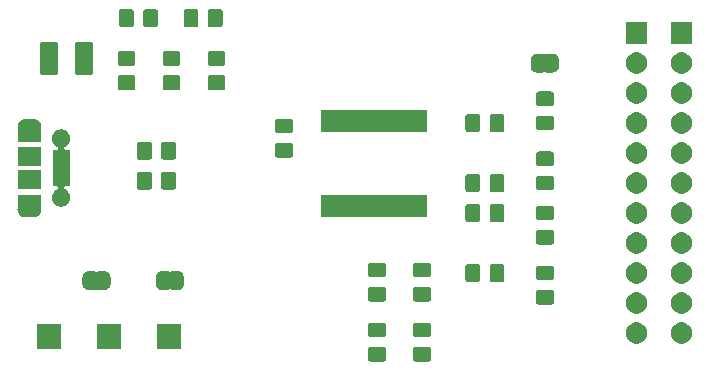
<source format=gbr>
G04 #@! TF.GenerationSoftware,KiCad,Pcbnew,(5.1.6)-1*
G04 #@! TF.CreationDate,2020-08-10T17:12:12+03:00*
G04 #@! TF.ProjectId,g850_kiss,67383530-5f6b-4697-9373-2e6b69636164,rev?*
G04 #@! TF.SameCoordinates,Original*
G04 #@! TF.FileFunction,Soldermask,Top*
G04 #@! TF.FilePolarity,Negative*
%FSLAX46Y46*%
G04 Gerber Fmt 4.6, Leading zero omitted, Abs format (unit mm)*
G04 Created by KiCad (PCBNEW (5.1.6)-1) date 2020-08-10 17:12:12*
%MOMM*%
%LPD*%
G01*
G04 APERTURE LIST*
%ADD10C,0.100000*%
G04 APERTURE END LIST*
D10*
G36*
X113046000Y-90694000D02*
G01*
X115046000Y-90694000D01*
X115046000Y-92694000D01*
X113046000Y-92694000D01*
X113046000Y-92594000D01*
X113046000Y-90694000D01*
G37*
X113046000Y-90694000D02*
X115046000Y-90694000D01*
X115046000Y-92694000D01*
X113046000Y-92694000D01*
X113046000Y-92594000D01*
X113046000Y-90694000D01*
G36*
X118126000Y-90694000D02*
G01*
X120126000Y-90694000D01*
X120126000Y-92694000D01*
X118126000Y-92694000D01*
X118126000Y-92594000D01*
X118126000Y-90694000D01*
G37*
X118126000Y-90694000D02*
X120126000Y-90694000D01*
X120126000Y-92694000D01*
X118126000Y-92694000D01*
X118126000Y-92594000D01*
X118126000Y-90694000D01*
G36*
X107966000Y-90694000D02*
G01*
X109966000Y-90694000D01*
X109966000Y-92694000D01*
X107966000Y-92694000D01*
X107966000Y-92594000D01*
X107966000Y-90694000D01*
G37*
X107966000Y-90694000D02*
X109966000Y-90694000D01*
X109966000Y-92694000D01*
X107966000Y-92694000D01*
X107966000Y-92594000D01*
X107966000Y-90694000D01*
G36*
X141177674Y-92605465D02*
G01*
X141215367Y-92616899D01*
X141250103Y-92635466D01*
X141280548Y-92660452D01*
X141305534Y-92690897D01*
X141324101Y-92725633D01*
X141335535Y-92763326D01*
X141340000Y-92808661D01*
X141340000Y-93645339D01*
X141335535Y-93690674D01*
X141324101Y-93728367D01*
X141305534Y-93763103D01*
X141280548Y-93793548D01*
X141250103Y-93818534D01*
X141215367Y-93837101D01*
X141177674Y-93848535D01*
X141132339Y-93853000D01*
X140045661Y-93853000D01*
X140000326Y-93848535D01*
X139962633Y-93837101D01*
X139927897Y-93818534D01*
X139897452Y-93793548D01*
X139872466Y-93763103D01*
X139853899Y-93728367D01*
X139842465Y-93690674D01*
X139838000Y-93645339D01*
X139838000Y-92808661D01*
X139842465Y-92763326D01*
X139853899Y-92725633D01*
X139872466Y-92690897D01*
X139897452Y-92660452D01*
X139927897Y-92635466D01*
X139962633Y-92616899D01*
X140000326Y-92605465D01*
X140045661Y-92601000D01*
X141132339Y-92601000D01*
X141177674Y-92605465D01*
G37*
G36*
X137367674Y-92605465D02*
G01*
X137405367Y-92616899D01*
X137440103Y-92635466D01*
X137470548Y-92660452D01*
X137495534Y-92690897D01*
X137514101Y-92725633D01*
X137525535Y-92763326D01*
X137530000Y-92808661D01*
X137530000Y-93645339D01*
X137525535Y-93690674D01*
X137514101Y-93728367D01*
X137495534Y-93763103D01*
X137470548Y-93793548D01*
X137440103Y-93818534D01*
X137405367Y-93837101D01*
X137367674Y-93848535D01*
X137322339Y-93853000D01*
X136235661Y-93853000D01*
X136190326Y-93848535D01*
X136152633Y-93837101D01*
X136117897Y-93818534D01*
X136087452Y-93793548D01*
X136062466Y-93763103D01*
X136043899Y-93728367D01*
X136032465Y-93690674D01*
X136028000Y-93645339D01*
X136028000Y-92808661D01*
X136032465Y-92763326D01*
X136043899Y-92725633D01*
X136062466Y-92690897D01*
X136087452Y-92660452D01*
X136117897Y-92635466D01*
X136152633Y-92616899D01*
X136190326Y-92605465D01*
X136235661Y-92601000D01*
X137322339Y-92601000D01*
X137367674Y-92605465D01*
G37*
G36*
X158863512Y-90543927D02*
G01*
X159012812Y-90573624D01*
X159176784Y-90641544D01*
X159324354Y-90740147D01*
X159449853Y-90865646D01*
X159548456Y-91013216D01*
X159616376Y-91177188D01*
X159651000Y-91351259D01*
X159651000Y-91528741D01*
X159616376Y-91702812D01*
X159548456Y-91866784D01*
X159449853Y-92014354D01*
X159324354Y-92139853D01*
X159176784Y-92238456D01*
X159012812Y-92306376D01*
X158863512Y-92336073D01*
X158838742Y-92341000D01*
X158661258Y-92341000D01*
X158636488Y-92336073D01*
X158487188Y-92306376D01*
X158323216Y-92238456D01*
X158175646Y-92139853D01*
X158050147Y-92014354D01*
X157951544Y-91866784D01*
X157883624Y-91702812D01*
X157849000Y-91528741D01*
X157849000Y-91351259D01*
X157883624Y-91177188D01*
X157951544Y-91013216D01*
X158050147Y-90865646D01*
X158175646Y-90740147D01*
X158323216Y-90641544D01*
X158487188Y-90573624D01*
X158636488Y-90543927D01*
X158661258Y-90539000D01*
X158838742Y-90539000D01*
X158863512Y-90543927D01*
G37*
G36*
X162673512Y-90543927D02*
G01*
X162822812Y-90573624D01*
X162986784Y-90641544D01*
X163134354Y-90740147D01*
X163259853Y-90865646D01*
X163358456Y-91013216D01*
X163426376Y-91177188D01*
X163461000Y-91351259D01*
X163461000Y-91528741D01*
X163426376Y-91702812D01*
X163358456Y-91866784D01*
X163259853Y-92014354D01*
X163134354Y-92139853D01*
X162986784Y-92238456D01*
X162822812Y-92306376D01*
X162673512Y-92336073D01*
X162648742Y-92341000D01*
X162471258Y-92341000D01*
X162446488Y-92336073D01*
X162297188Y-92306376D01*
X162133216Y-92238456D01*
X161985646Y-92139853D01*
X161860147Y-92014354D01*
X161761544Y-91866784D01*
X161693624Y-91702812D01*
X161659000Y-91528741D01*
X161659000Y-91351259D01*
X161693624Y-91177188D01*
X161761544Y-91013216D01*
X161860147Y-90865646D01*
X161985646Y-90740147D01*
X162133216Y-90641544D01*
X162297188Y-90573624D01*
X162446488Y-90543927D01*
X162471258Y-90539000D01*
X162648742Y-90539000D01*
X162673512Y-90543927D01*
G37*
G36*
X141177674Y-90555465D02*
G01*
X141215367Y-90566899D01*
X141250103Y-90585466D01*
X141280548Y-90610452D01*
X141305534Y-90640897D01*
X141324101Y-90675633D01*
X141335535Y-90713326D01*
X141340000Y-90758661D01*
X141340000Y-91595339D01*
X141335535Y-91640674D01*
X141324101Y-91678367D01*
X141305534Y-91713103D01*
X141280548Y-91743548D01*
X141250103Y-91768534D01*
X141215367Y-91787101D01*
X141177674Y-91798535D01*
X141132339Y-91803000D01*
X140045661Y-91803000D01*
X140000326Y-91798535D01*
X139962633Y-91787101D01*
X139927897Y-91768534D01*
X139897452Y-91743548D01*
X139872466Y-91713103D01*
X139853899Y-91678367D01*
X139842465Y-91640674D01*
X139838000Y-91595339D01*
X139838000Y-90758661D01*
X139842465Y-90713326D01*
X139853899Y-90675633D01*
X139872466Y-90640897D01*
X139897452Y-90610452D01*
X139927897Y-90585466D01*
X139962633Y-90566899D01*
X140000326Y-90555465D01*
X140045661Y-90551000D01*
X141132339Y-90551000D01*
X141177674Y-90555465D01*
G37*
G36*
X137367674Y-90555465D02*
G01*
X137405367Y-90566899D01*
X137440103Y-90585466D01*
X137470548Y-90610452D01*
X137495534Y-90640897D01*
X137514101Y-90675633D01*
X137525535Y-90713326D01*
X137530000Y-90758661D01*
X137530000Y-91595339D01*
X137525535Y-91640674D01*
X137514101Y-91678367D01*
X137495534Y-91713103D01*
X137470548Y-91743548D01*
X137440103Y-91768534D01*
X137405367Y-91787101D01*
X137367674Y-91798535D01*
X137322339Y-91803000D01*
X136235661Y-91803000D01*
X136190326Y-91798535D01*
X136152633Y-91787101D01*
X136117897Y-91768534D01*
X136087452Y-91743548D01*
X136062466Y-91713103D01*
X136043899Y-91678367D01*
X136032465Y-91640674D01*
X136028000Y-91595339D01*
X136028000Y-90758661D01*
X136032465Y-90713326D01*
X136043899Y-90675633D01*
X136062466Y-90640897D01*
X136087452Y-90610452D01*
X136117897Y-90585466D01*
X136152633Y-90566899D01*
X136190326Y-90555465D01*
X136235661Y-90551000D01*
X137322339Y-90551000D01*
X137367674Y-90555465D01*
G37*
G36*
X158859228Y-88003075D02*
G01*
X159012812Y-88033624D01*
X159176784Y-88101544D01*
X159324354Y-88200147D01*
X159449853Y-88325646D01*
X159548456Y-88473216D01*
X159616376Y-88637188D01*
X159651000Y-88811259D01*
X159651000Y-88988741D01*
X159616376Y-89162812D01*
X159548456Y-89326784D01*
X159449853Y-89474354D01*
X159324354Y-89599853D01*
X159176784Y-89698456D01*
X159012812Y-89766376D01*
X158863512Y-89796073D01*
X158838742Y-89801000D01*
X158661258Y-89801000D01*
X158636488Y-89796073D01*
X158487188Y-89766376D01*
X158323216Y-89698456D01*
X158175646Y-89599853D01*
X158050147Y-89474354D01*
X157951544Y-89326784D01*
X157883624Y-89162812D01*
X157849000Y-88988741D01*
X157849000Y-88811259D01*
X157883624Y-88637188D01*
X157951544Y-88473216D01*
X158050147Y-88325646D01*
X158175646Y-88200147D01*
X158323216Y-88101544D01*
X158487188Y-88033624D01*
X158640772Y-88003075D01*
X158661258Y-87999000D01*
X158838742Y-87999000D01*
X158859228Y-88003075D01*
G37*
G36*
X162669228Y-88003075D02*
G01*
X162822812Y-88033624D01*
X162986784Y-88101544D01*
X163134354Y-88200147D01*
X163259853Y-88325646D01*
X163358456Y-88473216D01*
X163426376Y-88637188D01*
X163461000Y-88811259D01*
X163461000Y-88988741D01*
X163426376Y-89162812D01*
X163358456Y-89326784D01*
X163259853Y-89474354D01*
X163134354Y-89599853D01*
X162986784Y-89698456D01*
X162822812Y-89766376D01*
X162673512Y-89796073D01*
X162648742Y-89801000D01*
X162471258Y-89801000D01*
X162446488Y-89796073D01*
X162297188Y-89766376D01*
X162133216Y-89698456D01*
X161985646Y-89599853D01*
X161860147Y-89474354D01*
X161761544Y-89326784D01*
X161693624Y-89162812D01*
X161659000Y-88988741D01*
X161659000Y-88811259D01*
X161693624Y-88637188D01*
X161761544Y-88473216D01*
X161860147Y-88325646D01*
X161985646Y-88200147D01*
X162133216Y-88101544D01*
X162297188Y-88033624D01*
X162450772Y-88003075D01*
X162471258Y-87999000D01*
X162648742Y-87999000D01*
X162669228Y-88003075D01*
G37*
G36*
X151591674Y-87788465D02*
G01*
X151629367Y-87799899D01*
X151664103Y-87818466D01*
X151694548Y-87843452D01*
X151719534Y-87873897D01*
X151738101Y-87908633D01*
X151749535Y-87946326D01*
X151754000Y-87991661D01*
X151754000Y-88828339D01*
X151749535Y-88873674D01*
X151738101Y-88911367D01*
X151719534Y-88946103D01*
X151694548Y-88976548D01*
X151664103Y-89001534D01*
X151629367Y-89020101D01*
X151591674Y-89031535D01*
X151546339Y-89036000D01*
X150459661Y-89036000D01*
X150414326Y-89031535D01*
X150376633Y-89020101D01*
X150341897Y-89001534D01*
X150311452Y-88976548D01*
X150286466Y-88946103D01*
X150267899Y-88911367D01*
X150256465Y-88873674D01*
X150252000Y-88828339D01*
X150252000Y-87991661D01*
X150256465Y-87946326D01*
X150267899Y-87908633D01*
X150286466Y-87873897D01*
X150311452Y-87843452D01*
X150341897Y-87818466D01*
X150376633Y-87799899D01*
X150414326Y-87788465D01*
X150459661Y-87784000D01*
X151546339Y-87784000D01*
X151591674Y-87788465D01*
G37*
G36*
X137367674Y-87525465D02*
G01*
X137405367Y-87536899D01*
X137440103Y-87555466D01*
X137470548Y-87580452D01*
X137495534Y-87610897D01*
X137514101Y-87645633D01*
X137525535Y-87683326D01*
X137530000Y-87728661D01*
X137530000Y-88565339D01*
X137525535Y-88610674D01*
X137514101Y-88648367D01*
X137495534Y-88683103D01*
X137470548Y-88713548D01*
X137440103Y-88738534D01*
X137405367Y-88757101D01*
X137367674Y-88768535D01*
X137322339Y-88773000D01*
X136235661Y-88773000D01*
X136190326Y-88768535D01*
X136152633Y-88757101D01*
X136117897Y-88738534D01*
X136087452Y-88713548D01*
X136062466Y-88683103D01*
X136043899Y-88648367D01*
X136032465Y-88610674D01*
X136028000Y-88565339D01*
X136028000Y-87728661D01*
X136032465Y-87683326D01*
X136043899Y-87645633D01*
X136062466Y-87610897D01*
X136087452Y-87580452D01*
X136117897Y-87555466D01*
X136152633Y-87536899D01*
X136190326Y-87525465D01*
X136235661Y-87521000D01*
X137322339Y-87521000D01*
X137367674Y-87525465D01*
G37*
G36*
X141177674Y-87525465D02*
G01*
X141215367Y-87536899D01*
X141250103Y-87555466D01*
X141280548Y-87580452D01*
X141305534Y-87610897D01*
X141324101Y-87645633D01*
X141335535Y-87683326D01*
X141340000Y-87728661D01*
X141340000Y-88565339D01*
X141335535Y-88610674D01*
X141324101Y-88648367D01*
X141305534Y-88683103D01*
X141280548Y-88713548D01*
X141250103Y-88738534D01*
X141215367Y-88757101D01*
X141177674Y-88768535D01*
X141132339Y-88773000D01*
X140045661Y-88773000D01*
X140000326Y-88768535D01*
X139962633Y-88757101D01*
X139927897Y-88738534D01*
X139897452Y-88713548D01*
X139872466Y-88683103D01*
X139853899Y-88648367D01*
X139842465Y-88610674D01*
X139838000Y-88565339D01*
X139838000Y-87728661D01*
X139842465Y-87683326D01*
X139853899Y-87645633D01*
X139872466Y-87610897D01*
X139897452Y-87580452D01*
X139927897Y-87555466D01*
X139962633Y-87536899D01*
X140000326Y-87525465D01*
X140045661Y-87521000D01*
X141132339Y-87521000D01*
X141177674Y-87525465D01*
G37*
G36*
X112889999Y-86194737D02*
G01*
X112899608Y-86197652D01*
X112908472Y-86202390D01*
X112916237Y-86208763D01*
X112926448Y-86221206D01*
X112933378Y-86231575D01*
X112950705Y-86248902D01*
X112971080Y-86262515D01*
X112993720Y-86271891D01*
X113017753Y-86276671D01*
X113042257Y-86276670D01*
X113066290Y-86271888D01*
X113088929Y-86262510D01*
X113109302Y-86248895D01*
X113126629Y-86231568D01*
X113133558Y-86221198D01*
X113143763Y-86208763D01*
X113151528Y-86202390D01*
X113160392Y-86197652D01*
X113170001Y-86194737D01*
X113186140Y-86193148D01*
X113673861Y-86193148D01*
X113692199Y-86194954D01*
X113704450Y-86195556D01*
X113722869Y-86195556D01*
X113745149Y-86197750D01*
X113829233Y-86214476D01*
X113850660Y-86220976D01*
X113929858Y-86253780D01*
X113935303Y-86256691D01*
X113935309Y-86256693D01*
X113944169Y-86261429D01*
X113944173Y-86261432D01*
X113949614Y-86264340D01*
X114020899Y-86311971D01*
X114038204Y-86326172D01*
X114098828Y-86386796D01*
X114113029Y-86404101D01*
X114160660Y-86475386D01*
X114163568Y-86480827D01*
X114163571Y-86480831D01*
X114168307Y-86489691D01*
X114168309Y-86489697D01*
X114171220Y-86495142D01*
X114204024Y-86574340D01*
X114210524Y-86595767D01*
X114227250Y-86679851D01*
X114229444Y-86702131D01*
X114229444Y-86720550D01*
X114230046Y-86732801D01*
X114231852Y-86751139D01*
X114231852Y-87238862D01*
X114230046Y-87257199D01*
X114229444Y-87269450D01*
X114229444Y-87287869D01*
X114227250Y-87310149D01*
X114210524Y-87394233D01*
X114204024Y-87415660D01*
X114171220Y-87494858D01*
X114168309Y-87500303D01*
X114168307Y-87500309D01*
X114163571Y-87509169D01*
X114163568Y-87509173D01*
X114160660Y-87514614D01*
X114113029Y-87585899D01*
X114098828Y-87603204D01*
X114038204Y-87663828D01*
X114020899Y-87678029D01*
X113949614Y-87725660D01*
X113944173Y-87728568D01*
X113944169Y-87728571D01*
X113935309Y-87733307D01*
X113935303Y-87733309D01*
X113929858Y-87736220D01*
X113850660Y-87769024D01*
X113829233Y-87775524D01*
X113745149Y-87792250D01*
X113722869Y-87794444D01*
X113704450Y-87794444D01*
X113692199Y-87795046D01*
X113673862Y-87796852D01*
X113186140Y-87796852D01*
X113170001Y-87795263D01*
X113160392Y-87792348D01*
X113151528Y-87787610D01*
X113143763Y-87781237D01*
X113133552Y-87768794D01*
X113126622Y-87758425D01*
X113109295Y-87741098D01*
X113088920Y-87727485D01*
X113066280Y-87718109D01*
X113042247Y-87713329D01*
X113017743Y-87713330D01*
X112993710Y-87718112D01*
X112971071Y-87727490D01*
X112950698Y-87741105D01*
X112933371Y-87758432D01*
X112926442Y-87768802D01*
X112916237Y-87781237D01*
X112908472Y-87787610D01*
X112899608Y-87792348D01*
X112889999Y-87795263D01*
X112873860Y-87796852D01*
X112386138Y-87796852D01*
X112367801Y-87795046D01*
X112355550Y-87794444D01*
X112337131Y-87794444D01*
X112314851Y-87792250D01*
X112230767Y-87775524D01*
X112209340Y-87769024D01*
X112130142Y-87736220D01*
X112124697Y-87733309D01*
X112124691Y-87733307D01*
X112115831Y-87728571D01*
X112115827Y-87728568D01*
X112110386Y-87725660D01*
X112039101Y-87678029D01*
X112021796Y-87663828D01*
X111961172Y-87603204D01*
X111946971Y-87585899D01*
X111899340Y-87514614D01*
X111896432Y-87509173D01*
X111896429Y-87509169D01*
X111891693Y-87500309D01*
X111891691Y-87500303D01*
X111888780Y-87494858D01*
X111855976Y-87415660D01*
X111849476Y-87394233D01*
X111832750Y-87310149D01*
X111830556Y-87287869D01*
X111830556Y-87269450D01*
X111829954Y-87257199D01*
X111828148Y-87238862D01*
X111828148Y-86751139D01*
X111829954Y-86732801D01*
X111830556Y-86720550D01*
X111830556Y-86702131D01*
X111832750Y-86679851D01*
X111849476Y-86595767D01*
X111855976Y-86574340D01*
X111888780Y-86495142D01*
X111891691Y-86489697D01*
X111891693Y-86489691D01*
X111896429Y-86480831D01*
X111896432Y-86480827D01*
X111899340Y-86475386D01*
X111946971Y-86404101D01*
X111961172Y-86386796D01*
X112021796Y-86326172D01*
X112039101Y-86311971D01*
X112110386Y-86264340D01*
X112115827Y-86261432D01*
X112115831Y-86261429D01*
X112124691Y-86256693D01*
X112124697Y-86256691D01*
X112130142Y-86253780D01*
X112209340Y-86220976D01*
X112230767Y-86214476D01*
X112314851Y-86197750D01*
X112337131Y-86195556D01*
X112355550Y-86195556D01*
X112367801Y-86194954D01*
X112386139Y-86193148D01*
X112873860Y-86193148D01*
X112889999Y-86194737D01*
G37*
G36*
X119112999Y-86194737D02*
G01*
X119122608Y-86197652D01*
X119131472Y-86202390D01*
X119139237Y-86208763D01*
X119149448Y-86221206D01*
X119156378Y-86231575D01*
X119173705Y-86248902D01*
X119194080Y-86262515D01*
X119216720Y-86271891D01*
X119240753Y-86276671D01*
X119265257Y-86276670D01*
X119289290Y-86271888D01*
X119311929Y-86262510D01*
X119332302Y-86248895D01*
X119349629Y-86231568D01*
X119356558Y-86221198D01*
X119366763Y-86208763D01*
X119374528Y-86202390D01*
X119383392Y-86197652D01*
X119393001Y-86194737D01*
X119409140Y-86193148D01*
X119896861Y-86193148D01*
X119915199Y-86194954D01*
X119927450Y-86195556D01*
X119945869Y-86195556D01*
X119968149Y-86197750D01*
X120052233Y-86214476D01*
X120073660Y-86220976D01*
X120152858Y-86253780D01*
X120158303Y-86256691D01*
X120158309Y-86256693D01*
X120167169Y-86261429D01*
X120167173Y-86261432D01*
X120172614Y-86264340D01*
X120243899Y-86311971D01*
X120261204Y-86326172D01*
X120321828Y-86386796D01*
X120336029Y-86404101D01*
X120383660Y-86475386D01*
X120386568Y-86480827D01*
X120386571Y-86480831D01*
X120391307Y-86489691D01*
X120391309Y-86489697D01*
X120394220Y-86495142D01*
X120427024Y-86574340D01*
X120433524Y-86595767D01*
X120450250Y-86679851D01*
X120452444Y-86702131D01*
X120452444Y-86720550D01*
X120453046Y-86732801D01*
X120454852Y-86751139D01*
X120454852Y-87238862D01*
X120453046Y-87257199D01*
X120452444Y-87269450D01*
X120452444Y-87287869D01*
X120450250Y-87310149D01*
X120433524Y-87394233D01*
X120427024Y-87415660D01*
X120394220Y-87494858D01*
X120391309Y-87500303D01*
X120391307Y-87500309D01*
X120386571Y-87509169D01*
X120386568Y-87509173D01*
X120383660Y-87514614D01*
X120336029Y-87585899D01*
X120321828Y-87603204D01*
X120261204Y-87663828D01*
X120243899Y-87678029D01*
X120172614Y-87725660D01*
X120167173Y-87728568D01*
X120167169Y-87728571D01*
X120158309Y-87733307D01*
X120158303Y-87733309D01*
X120152858Y-87736220D01*
X120073660Y-87769024D01*
X120052233Y-87775524D01*
X119968149Y-87792250D01*
X119945869Y-87794444D01*
X119927450Y-87794444D01*
X119915199Y-87795046D01*
X119896862Y-87796852D01*
X119409140Y-87796852D01*
X119393001Y-87795263D01*
X119383392Y-87792348D01*
X119374528Y-87787610D01*
X119366763Y-87781237D01*
X119356552Y-87768794D01*
X119349622Y-87758425D01*
X119332295Y-87741098D01*
X119311920Y-87727485D01*
X119289280Y-87718109D01*
X119265247Y-87713329D01*
X119240743Y-87713330D01*
X119216710Y-87718112D01*
X119194071Y-87727490D01*
X119173698Y-87741105D01*
X119156371Y-87758432D01*
X119149442Y-87768802D01*
X119139237Y-87781237D01*
X119131472Y-87787610D01*
X119122608Y-87792348D01*
X119112999Y-87795263D01*
X119096860Y-87796852D01*
X118609138Y-87796852D01*
X118590801Y-87795046D01*
X118578550Y-87794444D01*
X118560131Y-87794444D01*
X118537851Y-87792250D01*
X118453767Y-87775524D01*
X118432340Y-87769024D01*
X118353142Y-87736220D01*
X118347697Y-87733309D01*
X118347691Y-87733307D01*
X118338831Y-87728571D01*
X118338827Y-87728568D01*
X118333386Y-87725660D01*
X118262101Y-87678029D01*
X118244796Y-87663828D01*
X118184172Y-87603204D01*
X118169971Y-87585899D01*
X118122340Y-87514614D01*
X118119432Y-87509173D01*
X118119429Y-87509169D01*
X118114693Y-87500309D01*
X118114691Y-87500303D01*
X118111780Y-87494858D01*
X118078976Y-87415660D01*
X118072476Y-87394233D01*
X118055750Y-87310149D01*
X118053556Y-87287869D01*
X118053556Y-87269450D01*
X118052954Y-87257199D01*
X118051148Y-87238862D01*
X118051148Y-86751139D01*
X118052954Y-86732801D01*
X118053556Y-86720550D01*
X118053556Y-86702131D01*
X118055750Y-86679851D01*
X118072476Y-86595767D01*
X118078976Y-86574340D01*
X118111780Y-86495142D01*
X118114691Y-86489697D01*
X118114693Y-86489691D01*
X118119429Y-86480831D01*
X118119432Y-86480827D01*
X118122340Y-86475386D01*
X118169971Y-86404101D01*
X118184172Y-86386796D01*
X118244796Y-86326172D01*
X118262101Y-86311971D01*
X118333386Y-86264340D01*
X118338827Y-86261432D01*
X118338831Y-86261429D01*
X118347691Y-86256693D01*
X118347697Y-86256691D01*
X118353142Y-86253780D01*
X118432340Y-86220976D01*
X118453767Y-86214476D01*
X118537851Y-86197750D01*
X118560131Y-86195556D01*
X118578550Y-86195556D01*
X118590801Y-86194954D01*
X118609139Y-86193148D01*
X119096860Y-86193148D01*
X119112999Y-86194737D01*
G37*
G36*
X162673512Y-85463927D02*
G01*
X162822812Y-85493624D01*
X162986784Y-85561544D01*
X163134354Y-85660147D01*
X163259853Y-85785646D01*
X163358456Y-85933216D01*
X163426376Y-86097188D01*
X163461000Y-86271259D01*
X163461000Y-86448741D01*
X163426376Y-86622812D01*
X163358456Y-86786784D01*
X163259853Y-86934354D01*
X163134354Y-87059853D01*
X162986784Y-87158456D01*
X162822812Y-87226376D01*
X162678916Y-87254998D01*
X162648742Y-87261000D01*
X162471258Y-87261000D01*
X162441084Y-87254998D01*
X162297188Y-87226376D01*
X162133216Y-87158456D01*
X161985646Y-87059853D01*
X161860147Y-86934354D01*
X161761544Y-86786784D01*
X161693624Y-86622812D01*
X161659000Y-86448741D01*
X161659000Y-86271259D01*
X161693624Y-86097188D01*
X161761544Y-85933216D01*
X161860147Y-85785646D01*
X161985646Y-85660147D01*
X162133216Y-85561544D01*
X162297188Y-85493624D01*
X162446488Y-85463927D01*
X162471258Y-85459000D01*
X162648742Y-85459000D01*
X162673512Y-85463927D01*
G37*
G36*
X158863512Y-85463927D02*
G01*
X159012812Y-85493624D01*
X159176784Y-85561544D01*
X159324354Y-85660147D01*
X159449853Y-85785646D01*
X159548456Y-85933216D01*
X159616376Y-86097188D01*
X159651000Y-86271259D01*
X159651000Y-86448741D01*
X159616376Y-86622812D01*
X159548456Y-86786784D01*
X159449853Y-86934354D01*
X159324354Y-87059853D01*
X159176784Y-87158456D01*
X159012812Y-87226376D01*
X158868916Y-87254998D01*
X158838742Y-87261000D01*
X158661258Y-87261000D01*
X158631084Y-87254998D01*
X158487188Y-87226376D01*
X158323216Y-87158456D01*
X158175646Y-87059853D01*
X158050147Y-86934354D01*
X157951544Y-86786784D01*
X157883624Y-86622812D01*
X157849000Y-86448741D01*
X157849000Y-86271259D01*
X157883624Y-86097188D01*
X157951544Y-85933216D01*
X158050147Y-85785646D01*
X158175646Y-85660147D01*
X158323216Y-85561544D01*
X158487188Y-85493624D01*
X158636488Y-85463927D01*
X158661258Y-85459000D01*
X158838742Y-85459000D01*
X158863512Y-85463927D01*
G37*
G36*
X147402674Y-85613465D02*
G01*
X147440367Y-85624899D01*
X147475103Y-85643466D01*
X147505548Y-85668452D01*
X147530534Y-85698897D01*
X147549101Y-85733633D01*
X147560535Y-85771326D01*
X147565000Y-85816661D01*
X147565000Y-86903339D01*
X147560535Y-86948674D01*
X147549101Y-86986367D01*
X147530534Y-87021103D01*
X147505548Y-87051548D01*
X147475103Y-87076534D01*
X147440367Y-87095101D01*
X147402674Y-87106535D01*
X147357339Y-87111000D01*
X146520661Y-87111000D01*
X146475326Y-87106535D01*
X146437633Y-87095101D01*
X146402897Y-87076534D01*
X146372452Y-87051548D01*
X146347466Y-87021103D01*
X146328899Y-86986367D01*
X146317465Y-86948674D01*
X146313000Y-86903339D01*
X146313000Y-85816661D01*
X146317465Y-85771326D01*
X146328899Y-85733633D01*
X146347466Y-85698897D01*
X146372452Y-85668452D01*
X146402897Y-85643466D01*
X146437633Y-85624899D01*
X146475326Y-85613465D01*
X146520661Y-85609000D01*
X147357339Y-85609000D01*
X147402674Y-85613465D01*
G37*
G36*
X145352674Y-85613465D02*
G01*
X145390367Y-85624899D01*
X145425103Y-85643466D01*
X145455548Y-85668452D01*
X145480534Y-85698897D01*
X145499101Y-85733633D01*
X145510535Y-85771326D01*
X145515000Y-85816661D01*
X145515000Y-86903339D01*
X145510535Y-86948674D01*
X145499101Y-86986367D01*
X145480534Y-87021103D01*
X145455548Y-87051548D01*
X145425103Y-87076534D01*
X145390367Y-87095101D01*
X145352674Y-87106535D01*
X145307339Y-87111000D01*
X144470661Y-87111000D01*
X144425326Y-87106535D01*
X144387633Y-87095101D01*
X144352897Y-87076534D01*
X144322452Y-87051548D01*
X144297466Y-87021103D01*
X144278899Y-86986367D01*
X144267465Y-86948674D01*
X144263000Y-86903339D01*
X144263000Y-85816661D01*
X144267465Y-85771326D01*
X144278899Y-85733633D01*
X144297466Y-85698897D01*
X144322452Y-85668452D01*
X144352897Y-85643466D01*
X144387633Y-85624899D01*
X144425326Y-85613465D01*
X144470661Y-85609000D01*
X145307339Y-85609000D01*
X145352674Y-85613465D01*
G37*
G36*
X151591674Y-85738465D02*
G01*
X151629367Y-85749899D01*
X151664103Y-85768466D01*
X151694548Y-85793452D01*
X151719534Y-85823897D01*
X151738101Y-85858633D01*
X151749535Y-85896326D01*
X151754000Y-85941661D01*
X151754000Y-86778339D01*
X151749535Y-86823674D01*
X151738101Y-86861367D01*
X151719534Y-86896103D01*
X151694548Y-86926548D01*
X151664103Y-86951534D01*
X151629367Y-86970101D01*
X151591674Y-86981535D01*
X151546339Y-86986000D01*
X150459661Y-86986000D01*
X150414326Y-86981535D01*
X150376633Y-86970101D01*
X150341897Y-86951534D01*
X150311452Y-86926548D01*
X150286466Y-86896103D01*
X150267899Y-86861367D01*
X150256465Y-86823674D01*
X150252000Y-86778339D01*
X150252000Y-85941661D01*
X150256465Y-85896326D01*
X150267899Y-85858633D01*
X150286466Y-85823897D01*
X150311452Y-85793452D01*
X150341897Y-85768466D01*
X150376633Y-85749899D01*
X150414326Y-85738465D01*
X150459661Y-85734000D01*
X151546339Y-85734000D01*
X151591674Y-85738465D01*
G37*
G36*
X141177674Y-85475465D02*
G01*
X141215367Y-85486899D01*
X141250103Y-85505466D01*
X141280548Y-85530452D01*
X141305534Y-85560897D01*
X141324101Y-85595633D01*
X141335535Y-85633326D01*
X141340000Y-85678661D01*
X141340000Y-86515339D01*
X141335535Y-86560674D01*
X141324101Y-86598367D01*
X141305534Y-86633103D01*
X141280548Y-86663548D01*
X141250103Y-86688534D01*
X141215367Y-86707101D01*
X141177674Y-86718535D01*
X141132339Y-86723000D01*
X140045661Y-86723000D01*
X140000326Y-86718535D01*
X139962633Y-86707101D01*
X139927897Y-86688534D01*
X139897452Y-86663548D01*
X139872466Y-86633103D01*
X139853899Y-86598367D01*
X139842465Y-86560674D01*
X139838000Y-86515339D01*
X139838000Y-85678661D01*
X139842465Y-85633326D01*
X139853899Y-85595633D01*
X139872466Y-85560897D01*
X139897452Y-85530452D01*
X139927897Y-85505466D01*
X139962633Y-85486899D01*
X140000326Y-85475465D01*
X140045661Y-85471000D01*
X141132339Y-85471000D01*
X141177674Y-85475465D01*
G37*
G36*
X137367674Y-85475465D02*
G01*
X137405367Y-85486899D01*
X137440103Y-85505466D01*
X137470548Y-85530452D01*
X137495534Y-85560897D01*
X137514101Y-85595633D01*
X137525535Y-85633326D01*
X137530000Y-85678661D01*
X137530000Y-86515339D01*
X137525535Y-86560674D01*
X137514101Y-86598367D01*
X137495534Y-86633103D01*
X137470548Y-86663548D01*
X137440103Y-86688534D01*
X137405367Y-86707101D01*
X137367674Y-86718535D01*
X137322339Y-86723000D01*
X136235661Y-86723000D01*
X136190326Y-86718535D01*
X136152633Y-86707101D01*
X136117897Y-86688534D01*
X136087452Y-86663548D01*
X136062466Y-86633103D01*
X136043899Y-86598367D01*
X136032465Y-86560674D01*
X136028000Y-86515339D01*
X136028000Y-85678661D01*
X136032465Y-85633326D01*
X136043899Y-85595633D01*
X136062466Y-85560897D01*
X136087452Y-85530452D01*
X136117897Y-85505466D01*
X136152633Y-85486899D01*
X136190326Y-85475465D01*
X136235661Y-85471000D01*
X137322339Y-85471000D01*
X137367674Y-85475465D01*
G37*
G36*
X162669228Y-82923075D02*
G01*
X162822812Y-82953624D01*
X162986784Y-83021544D01*
X163134354Y-83120147D01*
X163259853Y-83245646D01*
X163358456Y-83393216D01*
X163426376Y-83557188D01*
X163461000Y-83731259D01*
X163461000Y-83908741D01*
X163426376Y-84082812D01*
X163358456Y-84246784D01*
X163259853Y-84394354D01*
X163134354Y-84519853D01*
X162986784Y-84618456D01*
X162822812Y-84686376D01*
X162673512Y-84716073D01*
X162648742Y-84721000D01*
X162471258Y-84721000D01*
X162446488Y-84716073D01*
X162297188Y-84686376D01*
X162133216Y-84618456D01*
X161985646Y-84519853D01*
X161860147Y-84394354D01*
X161761544Y-84246784D01*
X161693624Y-84082812D01*
X161659000Y-83908741D01*
X161659000Y-83731259D01*
X161693624Y-83557188D01*
X161761544Y-83393216D01*
X161860147Y-83245646D01*
X161985646Y-83120147D01*
X162133216Y-83021544D01*
X162297188Y-82953624D01*
X162450772Y-82923075D01*
X162471258Y-82919000D01*
X162648742Y-82919000D01*
X162669228Y-82923075D01*
G37*
G36*
X158859228Y-82923075D02*
G01*
X159012812Y-82953624D01*
X159176784Y-83021544D01*
X159324354Y-83120147D01*
X159449853Y-83245646D01*
X159548456Y-83393216D01*
X159616376Y-83557188D01*
X159651000Y-83731259D01*
X159651000Y-83908741D01*
X159616376Y-84082812D01*
X159548456Y-84246784D01*
X159449853Y-84394354D01*
X159324354Y-84519853D01*
X159176784Y-84618456D01*
X159012812Y-84686376D01*
X158863512Y-84716073D01*
X158838742Y-84721000D01*
X158661258Y-84721000D01*
X158636488Y-84716073D01*
X158487188Y-84686376D01*
X158323216Y-84618456D01*
X158175646Y-84519853D01*
X158050147Y-84394354D01*
X157951544Y-84246784D01*
X157883624Y-84082812D01*
X157849000Y-83908741D01*
X157849000Y-83731259D01*
X157883624Y-83557188D01*
X157951544Y-83393216D01*
X158050147Y-83245646D01*
X158175646Y-83120147D01*
X158323216Y-83021544D01*
X158487188Y-82953624D01*
X158640772Y-82923075D01*
X158661258Y-82919000D01*
X158838742Y-82919000D01*
X158859228Y-82923075D01*
G37*
G36*
X151591674Y-82708465D02*
G01*
X151629367Y-82719899D01*
X151664103Y-82738466D01*
X151694548Y-82763452D01*
X151719534Y-82793897D01*
X151738101Y-82828633D01*
X151749535Y-82866326D01*
X151754000Y-82911661D01*
X151754000Y-83748339D01*
X151749535Y-83793674D01*
X151738101Y-83831367D01*
X151719534Y-83866103D01*
X151694548Y-83896548D01*
X151664103Y-83921534D01*
X151629367Y-83940101D01*
X151591674Y-83951535D01*
X151546339Y-83956000D01*
X150459661Y-83956000D01*
X150414326Y-83951535D01*
X150376633Y-83940101D01*
X150341897Y-83921534D01*
X150311452Y-83896548D01*
X150286466Y-83866103D01*
X150267899Y-83831367D01*
X150256465Y-83793674D01*
X150252000Y-83748339D01*
X150252000Y-82911661D01*
X150256465Y-82866326D01*
X150267899Y-82828633D01*
X150286466Y-82793897D01*
X150311452Y-82763452D01*
X150341897Y-82738466D01*
X150376633Y-82719899D01*
X150414326Y-82708465D01*
X150459661Y-82704000D01*
X151546339Y-82704000D01*
X151591674Y-82708465D01*
G37*
G36*
X162673512Y-80383927D02*
G01*
X162822812Y-80413624D01*
X162986784Y-80481544D01*
X163134354Y-80580147D01*
X163259853Y-80705646D01*
X163358456Y-80853216D01*
X163426376Y-81017188D01*
X163461000Y-81191259D01*
X163461000Y-81368741D01*
X163426376Y-81542812D01*
X163358456Y-81706784D01*
X163259853Y-81854354D01*
X163134354Y-81979853D01*
X162986784Y-82078456D01*
X162822812Y-82146376D01*
X162673512Y-82176073D01*
X162648742Y-82181000D01*
X162471258Y-82181000D01*
X162446488Y-82176073D01*
X162297188Y-82146376D01*
X162133216Y-82078456D01*
X161985646Y-81979853D01*
X161860147Y-81854354D01*
X161761544Y-81706784D01*
X161693624Y-81542812D01*
X161659000Y-81368741D01*
X161659000Y-81191259D01*
X161693624Y-81017188D01*
X161761544Y-80853216D01*
X161860147Y-80705646D01*
X161985646Y-80580147D01*
X162133216Y-80481544D01*
X162297188Y-80413624D01*
X162446488Y-80383927D01*
X162471258Y-80379000D01*
X162648742Y-80379000D01*
X162673512Y-80383927D01*
G37*
G36*
X158863512Y-80383927D02*
G01*
X159012812Y-80413624D01*
X159176784Y-80481544D01*
X159324354Y-80580147D01*
X159449853Y-80705646D01*
X159548456Y-80853216D01*
X159616376Y-81017188D01*
X159651000Y-81191259D01*
X159651000Y-81368741D01*
X159616376Y-81542812D01*
X159548456Y-81706784D01*
X159449853Y-81854354D01*
X159324354Y-81979853D01*
X159176784Y-82078456D01*
X159012812Y-82146376D01*
X158863512Y-82176073D01*
X158838742Y-82181000D01*
X158661258Y-82181000D01*
X158636488Y-82176073D01*
X158487188Y-82146376D01*
X158323216Y-82078456D01*
X158175646Y-81979853D01*
X158050147Y-81854354D01*
X157951544Y-81706784D01*
X157883624Y-81542812D01*
X157849000Y-81368741D01*
X157849000Y-81191259D01*
X157883624Y-81017188D01*
X157951544Y-80853216D01*
X158050147Y-80705646D01*
X158175646Y-80580147D01*
X158323216Y-80481544D01*
X158487188Y-80413624D01*
X158636488Y-80383927D01*
X158661258Y-80379000D01*
X158838742Y-80379000D01*
X158863512Y-80383927D01*
G37*
G36*
X147402674Y-80533465D02*
G01*
X147440367Y-80544899D01*
X147475103Y-80563466D01*
X147505548Y-80588452D01*
X147530534Y-80618897D01*
X147549101Y-80653633D01*
X147560535Y-80691326D01*
X147565000Y-80736661D01*
X147565000Y-81823339D01*
X147560535Y-81868674D01*
X147549101Y-81906367D01*
X147530534Y-81941103D01*
X147505548Y-81971548D01*
X147475103Y-81996534D01*
X147440367Y-82015101D01*
X147402674Y-82026535D01*
X147357339Y-82031000D01*
X146520661Y-82031000D01*
X146475326Y-82026535D01*
X146437633Y-82015101D01*
X146402897Y-81996534D01*
X146372452Y-81971548D01*
X146347466Y-81941103D01*
X146328899Y-81906367D01*
X146317465Y-81868674D01*
X146313000Y-81823339D01*
X146313000Y-80736661D01*
X146317465Y-80691326D01*
X146328899Y-80653633D01*
X146347466Y-80618897D01*
X146372452Y-80588452D01*
X146402897Y-80563466D01*
X146437633Y-80544899D01*
X146475326Y-80533465D01*
X146520661Y-80529000D01*
X147357339Y-80529000D01*
X147402674Y-80533465D01*
G37*
G36*
X145352674Y-80533465D02*
G01*
X145390367Y-80544899D01*
X145425103Y-80563466D01*
X145455548Y-80588452D01*
X145480534Y-80618897D01*
X145499101Y-80653633D01*
X145510535Y-80691326D01*
X145515000Y-80736661D01*
X145515000Y-81823339D01*
X145510535Y-81868674D01*
X145499101Y-81906367D01*
X145480534Y-81941103D01*
X145455548Y-81971548D01*
X145425103Y-81996534D01*
X145390367Y-82015101D01*
X145352674Y-82026535D01*
X145307339Y-82031000D01*
X144470661Y-82031000D01*
X144425326Y-82026535D01*
X144387633Y-82015101D01*
X144352897Y-81996534D01*
X144322452Y-81971548D01*
X144297466Y-81941103D01*
X144278899Y-81906367D01*
X144267465Y-81868674D01*
X144263000Y-81823339D01*
X144263000Y-80736661D01*
X144267465Y-80691326D01*
X144278899Y-80653633D01*
X144297466Y-80618897D01*
X144322452Y-80588452D01*
X144352897Y-80563466D01*
X144387633Y-80544899D01*
X144425326Y-80533465D01*
X144470661Y-80529000D01*
X145307339Y-80529000D01*
X145352674Y-80533465D01*
G37*
G36*
X151591674Y-80658465D02*
G01*
X151629367Y-80669899D01*
X151664103Y-80688466D01*
X151694548Y-80713452D01*
X151719534Y-80743897D01*
X151738101Y-80778633D01*
X151749535Y-80816326D01*
X151754000Y-80861661D01*
X151754000Y-81698339D01*
X151749535Y-81743674D01*
X151738101Y-81781367D01*
X151719534Y-81816103D01*
X151694548Y-81846548D01*
X151664103Y-81871534D01*
X151629367Y-81890101D01*
X151591674Y-81901535D01*
X151546339Y-81906000D01*
X150459661Y-81906000D01*
X150414326Y-81901535D01*
X150376633Y-81890101D01*
X150341897Y-81871534D01*
X150311452Y-81846548D01*
X150286466Y-81816103D01*
X150267899Y-81781367D01*
X150256465Y-81743674D01*
X150252000Y-81698339D01*
X150252000Y-80861661D01*
X150256465Y-80816326D01*
X150267899Y-80778633D01*
X150286466Y-80743897D01*
X150311452Y-80713452D01*
X150341897Y-80688466D01*
X150376633Y-80669899D01*
X150414326Y-80658465D01*
X150459661Y-80654000D01*
X151546339Y-80654000D01*
X151591674Y-80658465D01*
G37*
G36*
X108348500Y-80931886D02*
G01*
X108349102Y-80944138D01*
X108351649Y-80970000D01*
X108349102Y-80995862D01*
X108348500Y-81008114D01*
X108348500Y-81081406D01*
X108339543Y-81098164D01*
X108335415Y-81109701D01*
X108310675Y-81191258D01*
X108301854Y-81220336D01*
X108241406Y-81333425D01*
X108160054Y-81432554D01*
X108060925Y-81513906D01*
X107947836Y-81574354D01*
X107915904Y-81584040D01*
X107825118Y-81611580D01*
X107761355Y-81617860D01*
X107729474Y-81621000D01*
X106965526Y-81621000D01*
X106933645Y-81617860D01*
X106869882Y-81611580D01*
X106779096Y-81584040D01*
X106747164Y-81574354D01*
X106634075Y-81513906D01*
X106534946Y-81432554D01*
X106453594Y-81333425D01*
X106393146Y-81220336D01*
X106384325Y-81191258D01*
X106359587Y-81109708D01*
X106350213Y-81087075D01*
X106346500Y-81081518D01*
X106346500Y-81008114D01*
X106345898Y-80995862D01*
X106343351Y-80970000D01*
X106345898Y-80944138D01*
X106346500Y-80931886D01*
X106346500Y-79719000D01*
X108348500Y-79719000D01*
X108348500Y-80931886D01*
G37*
G36*
X141026000Y-81615000D02*
G01*
X132024000Y-81615000D01*
X132024000Y-79763000D01*
X141026000Y-79763000D01*
X141026000Y-81615000D01*
G37*
G36*
X110273848Y-74223820D02*
G01*
X110273850Y-74223821D01*
X110273851Y-74223821D01*
X110415074Y-74282317D01*
X110415077Y-74282319D01*
X110542169Y-74367239D01*
X110650261Y-74475331D01*
X110735181Y-74602423D01*
X110735183Y-74602426D01*
X110793679Y-74743649D01*
X110823500Y-74893571D01*
X110823500Y-75046429D01*
X110793679Y-75196351D01*
X110735183Y-75337574D01*
X110735181Y-75337577D01*
X110650261Y-75464669D01*
X110542169Y-75572761D01*
X110463019Y-75625647D01*
X110415074Y-75657683D01*
X110364772Y-75678519D01*
X110343164Y-75690068D01*
X110324222Y-75705614D01*
X110308677Y-75724556D01*
X110297126Y-75746166D01*
X110290013Y-75769615D01*
X110287611Y-75794001D01*
X110290013Y-75818387D01*
X110297126Y-75841836D01*
X110308677Y-75863447D01*
X110324223Y-75882389D01*
X110343165Y-75897934D01*
X110364775Y-75909485D01*
X110388224Y-75916598D01*
X110412610Y-75919000D01*
X110773500Y-75919000D01*
X110773500Y-79021000D01*
X110412610Y-79021000D01*
X110388224Y-79023402D01*
X110364775Y-79030515D01*
X110343164Y-79042066D01*
X110324222Y-79057611D01*
X110308677Y-79076553D01*
X110297126Y-79098164D01*
X110290013Y-79121613D01*
X110287611Y-79145999D01*
X110290013Y-79170385D01*
X110297126Y-79193834D01*
X110308677Y-79215445D01*
X110324222Y-79234387D01*
X110343164Y-79249932D01*
X110364772Y-79261481D01*
X110415074Y-79282317D01*
X110421008Y-79286282D01*
X110542169Y-79367239D01*
X110650261Y-79475331D01*
X110735181Y-79602423D01*
X110735183Y-79602426D01*
X110783469Y-79719000D01*
X110793680Y-79743652D01*
X110823500Y-79893569D01*
X110823500Y-80046429D01*
X110793679Y-80196351D01*
X110735183Y-80337574D01*
X110735181Y-80337577D01*
X110650261Y-80464669D01*
X110542169Y-80572761D01*
X110491564Y-80606574D01*
X110415074Y-80657683D01*
X110273851Y-80716179D01*
X110273850Y-80716179D01*
X110273848Y-80716180D01*
X110123931Y-80746000D01*
X109971069Y-80746000D01*
X109821152Y-80716180D01*
X109821150Y-80716179D01*
X109821149Y-80716179D01*
X109679926Y-80657683D01*
X109603436Y-80606574D01*
X109552831Y-80572761D01*
X109444739Y-80464669D01*
X109359819Y-80337577D01*
X109359817Y-80337574D01*
X109301321Y-80196351D01*
X109271500Y-80046429D01*
X109271500Y-79893569D01*
X109301320Y-79743652D01*
X109311531Y-79719000D01*
X109359817Y-79602426D01*
X109359819Y-79602423D01*
X109444739Y-79475331D01*
X109552831Y-79367239D01*
X109673992Y-79286282D01*
X109679926Y-79282317D01*
X109730228Y-79261481D01*
X109751836Y-79249932D01*
X109770778Y-79234386D01*
X109786323Y-79215444D01*
X109797874Y-79193834D01*
X109804987Y-79170385D01*
X109807389Y-79145999D01*
X109804987Y-79121613D01*
X109797874Y-79098164D01*
X109786323Y-79076553D01*
X109770777Y-79057611D01*
X109751835Y-79042066D01*
X109730225Y-79030515D01*
X109706776Y-79023402D01*
X109682390Y-79021000D01*
X109321500Y-79021000D01*
X109321500Y-75919000D01*
X109682390Y-75919000D01*
X109706776Y-75916598D01*
X109730225Y-75909485D01*
X109751836Y-75897934D01*
X109770778Y-75882389D01*
X109786323Y-75863447D01*
X109797874Y-75841836D01*
X109804987Y-75818387D01*
X109807389Y-75794001D01*
X109804987Y-75769615D01*
X109797874Y-75746166D01*
X109786323Y-75724555D01*
X109770778Y-75705613D01*
X109751836Y-75690068D01*
X109730228Y-75678519D01*
X109679926Y-75657683D01*
X109631981Y-75625647D01*
X109552831Y-75572761D01*
X109444739Y-75464669D01*
X109359819Y-75337577D01*
X109359817Y-75337574D01*
X109301321Y-75196351D01*
X109271500Y-75046429D01*
X109271500Y-74893571D01*
X109301321Y-74743649D01*
X109359817Y-74602426D01*
X109359819Y-74602423D01*
X109444739Y-74475331D01*
X109552831Y-74367239D01*
X109679923Y-74282319D01*
X109679926Y-74282317D01*
X109821149Y-74223821D01*
X109821150Y-74223821D01*
X109821152Y-74223820D01*
X109971069Y-74194000D01*
X110123931Y-74194000D01*
X110273848Y-74223820D01*
G37*
G36*
X162673512Y-77843927D02*
G01*
X162822812Y-77873624D01*
X162986784Y-77941544D01*
X163134354Y-78040147D01*
X163259853Y-78165646D01*
X163358456Y-78313216D01*
X163426376Y-78477188D01*
X163461000Y-78651259D01*
X163461000Y-78828741D01*
X163426376Y-79002812D01*
X163358456Y-79166784D01*
X163259853Y-79314354D01*
X163134354Y-79439853D01*
X162986784Y-79538456D01*
X162822812Y-79606376D01*
X162673512Y-79636073D01*
X162648742Y-79641000D01*
X162471258Y-79641000D01*
X162446488Y-79636073D01*
X162297188Y-79606376D01*
X162133216Y-79538456D01*
X161985646Y-79439853D01*
X161860147Y-79314354D01*
X161761544Y-79166784D01*
X161693624Y-79002812D01*
X161659000Y-78828741D01*
X161659000Y-78651259D01*
X161693624Y-78477188D01*
X161761544Y-78313216D01*
X161860147Y-78165646D01*
X161985646Y-78040147D01*
X162133216Y-77941544D01*
X162297188Y-77873624D01*
X162446488Y-77843927D01*
X162471258Y-77839000D01*
X162648742Y-77839000D01*
X162673512Y-77843927D01*
G37*
G36*
X158863512Y-77843927D02*
G01*
X159012812Y-77873624D01*
X159176784Y-77941544D01*
X159324354Y-78040147D01*
X159449853Y-78165646D01*
X159548456Y-78313216D01*
X159616376Y-78477188D01*
X159651000Y-78651259D01*
X159651000Y-78828741D01*
X159616376Y-79002812D01*
X159548456Y-79166784D01*
X159449853Y-79314354D01*
X159324354Y-79439853D01*
X159176784Y-79538456D01*
X159012812Y-79606376D01*
X158863512Y-79636073D01*
X158838742Y-79641000D01*
X158661258Y-79641000D01*
X158636488Y-79636073D01*
X158487188Y-79606376D01*
X158323216Y-79538456D01*
X158175646Y-79439853D01*
X158050147Y-79314354D01*
X157951544Y-79166784D01*
X157883624Y-79002812D01*
X157849000Y-78828741D01*
X157849000Y-78651259D01*
X157883624Y-78477188D01*
X157951544Y-78313216D01*
X158050147Y-78165646D01*
X158175646Y-78040147D01*
X158323216Y-77941544D01*
X158487188Y-77873624D01*
X158636488Y-77843927D01*
X158661258Y-77839000D01*
X158838742Y-77839000D01*
X158863512Y-77843927D01*
G37*
G36*
X147402674Y-77993465D02*
G01*
X147440367Y-78004899D01*
X147475103Y-78023466D01*
X147505548Y-78048452D01*
X147530534Y-78078897D01*
X147549101Y-78113633D01*
X147560535Y-78151326D01*
X147565000Y-78196661D01*
X147565000Y-79283339D01*
X147560535Y-79328674D01*
X147549101Y-79366367D01*
X147530534Y-79401103D01*
X147505548Y-79431548D01*
X147475103Y-79456534D01*
X147440367Y-79475101D01*
X147402674Y-79486535D01*
X147357339Y-79491000D01*
X146520661Y-79491000D01*
X146475326Y-79486535D01*
X146437633Y-79475101D01*
X146402897Y-79456534D01*
X146372452Y-79431548D01*
X146347466Y-79401103D01*
X146328899Y-79366367D01*
X146317465Y-79328674D01*
X146313000Y-79283339D01*
X146313000Y-78196661D01*
X146317465Y-78151326D01*
X146328899Y-78113633D01*
X146347466Y-78078897D01*
X146372452Y-78048452D01*
X146402897Y-78023466D01*
X146437633Y-78004899D01*
X146475326Y-77993465D01*
X146520661Y-77989000D01*
X147357339Y-77989000D01*
X147402674Y-77993465D01*
G37*
G36*
X145352674Y-77993465D02*
G01*
X145390367Y-78004899D01*
X145425103Y-78023466D01*
X145455548Y-78048452D01*
X145480534Y-78078897D01*
X145499101Y-78113633D01*
X145510535Y-78151326D01*
X145515000Y-78196661D01*
X145515000Y-79283339D01*
X145510535Y-79328674D01*
X145499101Y-79366367D01*
X145480534Y-79401103D01*
X145455548Y-79431548D01*
X145425103Y-79456534D01*
X145390367Y-79475101D01*
X145352674Y-79486535D01*
X145307339Y-79491000D01*
X144470661Y-79491000D01*
X144425326Y-79486535D01*
X144387633Y-79475101D01*
X144352897Y-79456534D01*
X144322452Y-79431548D01*
X144297466Y-79401103D01*
X144278899Y-79366367D01*
X144267465Y-79328674D01*
X144263000Y-79283339D01*
X144263000Y-78196661D01*
X144267465Y-78151326D01*
X144278899Y-78113633D01*
X144297466Y-78078897D01*
X144322452Y-78048452D01*
X144352897Y-78023466D01*
X144387633Y-78004899D01*
X144425326Y-77993465D01*
X144470661Y-77989000D01*
X145307339Y-77989000D01*
X145352674Y-77993465D01*
G37*
G36*
X151591674Y-78118465D02*
G01*
X151629367Y-78129899D01*
X151664103Y-78148466D01*
X151694548Y-78173452D01*
X151719534Y-78203897D01*
X151738101Y-78238633D01*
X151749535Y-78276326D01*
X151754000Y-78321661D01*
X151754000Y-79158339D01*
X151749535Y-79203674D01*
X151738101Y-79241367D01*
X151719534Y-79276103D01*
X151694548Y-79306548D01*
X151664103Y-79331534D01*
X151629367Y-79350101D01*
X151591674Y-79361535D01*
X151546339Y-79366000D01*
X150459661Y-79366000D01*
X150414326Y-79361535D01*
X150376633Y-79350101D01*
X150341897Y-79331534D01*
X150311452Y-79306548D01*
X150286466Y-79276103D01*
X150267899Y-79241367D01*
X150256465Y-79203674D01*
X150252000Y-79158339D01*
X150252000Y-78321661D01*
X150256465Y-78276326D01*
X150267899Y-78238633D01*
X150286466Y-78203897D01*
X150311452Y-78173452D01*
X150341897Y-78148466D01*
X150376633Y-78129899D01*
X150414326Y-78118465D01*
X150459661Y-78114000D01*
X151546339Y-78114000D01*
X151591674Y-78118465D01*
G37*
G36*
X117548674Y-77792805D02*
G01*
X117586367Y-77804239D01*
X117621103Y-77822806D01*
X117651548Y-77847792D01*
X117676534Y-77878237D01*
X117695101Y-77912973D01*
X117706535Y-77950666D01*
X117711000Y-77996001D01*
X117711000Y-79082679D01*
X117706535Y-79128014D01*
X117695101Y-79165707D01*
X117676534Y-79200443D01*
X117651548Y-79230888D01*
X117621103Y-79255874D01*
X117586367Y-79274441D01*
X117548674Y-79285875D01*
X117503339Y-79290340D01*
X116666661Y-79290340D01*
X116621326Y-79285875D01*
X116583633Y-79274441D01*
X116548897Y-79255874D01*
X116518452Y-79230888D01*
X116493466Y-79200443D01*
X116474899Y-79165707D01*
X116463465Y-79128014D01*
X116459000Y-79082679D01*
X116459000Y-77996001D01*
X116463465Y-77950666D01*
X116474899Y-77912973D01*
X116493466Y-77878237D01*
X116518452Y-77847792D01*
X116548897Y-77822806D01*
X116583633Y-77804239D01*
X116621326Y-77792805D01*
X116666661Y-77788340D01*
X117503339Y-77788340D01*
X117548674Y-77792805D01*
G37*
G36*
X119598674Y-77792805D02*
G01*
X119636367Y-77804239D01*
X119671103Y-77822806D01*
X119701548Y-77847792D01*
X119726534Y-77878237D01*
X119745101Y-77912973D01*
X119756535Y-77950666D01*
X119761000Y-77996001D01*
X119761000Y-79082679D01*
X119756535Y-79128014D01*
X119745101Y-79165707D01*
X119726534Y-79200443D01*
X119701548Y-79230888D01*
X119671103Y-79255874D01*
X119636367Y-79274441D01*
X119598674Y-79285875D01*
X119553339Y-79290340D01*
X118716661Y-79290340D01*
X118671326Y-79285875D01*
X118633633Y-79274441D01*
X118598897Y-79255874D01*
X118568452Y-79230888D01*
X118543466Y-79200443D01*
X118524899Y-79165707D01*
X118513465Y-79128014D01*
X118509000Y-79082679D01*
X118509000Y-77996001D01*
X118513465Y-77950666D01*
X118524899Y-77912973D01*
X118543466Y-77878237D01*
X118568452Y-77847792D01*
X118598897Y-77822806D01*
X118633633Y-77804239D01*
X118671326Y-77792805D01*
X118716661Y-77788340D01*
X119553339Y-77788340D01*
X119598674Y-77792805D01*
G37*
G36*
X108348500Y-79271000D02*
G01*
X106346500Y-79271000D01*
X106346500Y-77669000D01*
X108348500Y-77669000D01*
X108348500Y-79271000D01*
G37*
G36*
X151591674Y-76068465D02*
G01*
X151629367Y-76079899D01*
X151664103Y-76098466D01*
X151694548Y-76123452D01*
X151719534Y-76153897D01*
X151738101Y-76188633D01*
X151749535Y-76226326D01*
X151754000Y-76271661D01*
X151754000Y-77108339D01*
X151749535Y-77153674D01*
X151738101Y-77191367D01*
X151719534Y-77226103D01*
X151694548Y-77256548D01*
X151664103Y-77281534D01*
X151629367Y-77300101D01*
X151591674Y-77311535D01*
X151546339Y-77316000D01*
X150459661Y-77316000D01*
X150414326Y-77311535D01*
X150376633Y-77300101D01*
X150341897Y-77281534D01*
X150311452Y-77256548D01*
X150286466Y-77226103D01*
X150267899Y-77191367D01*
X150256465Y-77153674D01*
X150252000Y-77108339D01*
X150252000Y-76271661D01*
X150256465Y-76226326D01*
X150267899Y-76188633D01*
X150286466Y-76153897D01*
X150311452Y-76123452D01*
X150341897Y-76098466D01*
X150376633Y-76079899D01*
X150414326Y-76068465D01*
X150459661Y-76064000D01*
X151546339Y-76064000D01*
X151591674Y-76068465D01*
G37*
G36*
X108348500Y-77271000D02*
G01*
X106346500Y-77271000D01*
X106346500Y-75669000D01*
X108348500Y-75669000D01*
X108348500Y-77271000D01*
G37*
G36*
X162673512Y-75303927D02*
G01*
X162822812Y-75333624D01*
X162986784Y-75401544D01*
X163134354Y-75500147D01*
X163259853Y-75625646D01*
X163358456Y-75773216D01*
X163426376Y-75937188D01*
X163461000Y-76111259D01*
X163461000Y-76288741D01*
X163426376Y-76462812D01*
X163358456Y-76626784D01*
X163259853Y-76774354D01*
X163134354Y-76899853D01*
X162986784Y-76998456D01*
X162822812Y-77066376D01*
X162673512Y-77096073D01*
X162648742Y-77101000D01*
X162471258Y-77101000D01*
X162446488Y-77096073D01*
X162297188Y-77066376D01*
X162133216Y-76998456D01*
X161985646Y-76899853D01*
X161860147Y-76774354D01*
X161761544Y-76626784D01*
X161693624Y-76462812D01*
X161659000Y-76288741D01*
X161659000Y-76111259D01*
X161693624Y-75937188D01*
X161761544Y-75773216D01*
X161860147Y-75625646D01*
X161985646Y-75500147D01*
X162133216Y-75401544D01*
X162297188Y-75333624D01*
X162446488Y-75303927D01*
X162471258Y-75299000D01*
X162648742Y-75299000D01*
X162673512Y-75303927D01*
G37*
G36*
X158863512Y-75303927D02*
G01*
X159012812Y-75333624D01*
X159176784Y-75401544D01*
X159324354Y-75500147D01*
X159449853Y-75625646D01*
X159548456Y-75773216D01*
X159616376Y-75937188D01*
X159651000Y-76111259D01*
X159651000Y-76288741D01*
X159616376Y-76462812D01*
X159548456Y-76626784D01*
X159449853Y-76774354D01*
X159324354Y-76899853D01*
X159176784Y-76998456D01*
X159012812Y-77066376D01*
X158863512Y-77096073D01*
X158838742Y-77101000D01*
X158661258Y-77101000D01*
X158636488Y-77096073D01*
X158487188Y-77066376D01*
X158323216Y-76998456D01*
X158175646Y-76899853D01*
X158050147Y-76774354D01*
X157951544Y-76626784D01*
X157883624Y-76462812D01*
X157849000Y-76288741D01*
X157849000Y-76111259D01*
X157883624Y-75937188D01*
X157951544Y-75773216D01*
X158050147Y-75625646D01*
X158175646Y-75500147D01*
X158323216Y-75401544D01*
X158487188Y-75333624D01*
X158636488Y-75303927D01*
X158661258Y-75299000D01*
X158838742Y-75299000D01*
X158863512Y-75303927D01*
G37*
G36*
X119598674Y-75252805D02*
G01*
X119636367Y-75264239D01*
X119671103Y-75282806D01*
X119701548Y-75307792D01*
X119726534Y-75338237D01*
X119745101Y-75372973D01*
X119756535Y-75410666D01*
X119761000Y-75456001D01*
X119761000Y-76542679D01*
X119756535Y-76588014D01*
X119745101Y-76625707D01*
X119726534Y-76660443D01*
X119701548Y-76690888D01*
X119671103Y-76715874D01*
X119636367Y-76734441D01*
X119598674Y-76745875D01*
X119553339Y-76750340D01*
X118716661Y-76750340D01*
X118671326Y-76745875D01*
X118633633Y-76734441D01*
X118598897Y-76715874D01*
X118568452Y-76690888D01*
X118543466Y-76660443D01*
X118524899Y-76625707D01*
X118513465Y-76588014D01*
X118509000Y-76542679D01*
X118509000Y-75456001D01*
X118513465Y-75410666D01*
X118524899Y-75372973D01*
X118543466Y-75338237D01*
X118568452Y-75307792D01*
X118598897Y-75282806D01*
X118633633Y-75264239D01*
X118671326Y-75252805D01*
X118716661Y-75248340D01*
X119553339Y-75248340D01*
X119598674Y-75252805D01*
G37*
G36*
X117548674Y-75252805D02*
G01*
X117586367Y-75264239D01*
X117621103Y-75282806D01*
X117651548Y-75307792D01*
X117676534Y-75338237D01*
X117695101Y-75372973D01*
X117706535Y-75410666D01*
X117711000Y-75456001D01*
X117711000Y-76542679D01*
X117706535Y-76588014D01*
X117695101Y-76625707D01*
X117676534Y-76660443D01*
X117651548Y-76690888D01*
X117621103Y-76715874D01*
X117586367Y-76734441D01*
X117548674Y-76745875D01*
X117503339Y-76750340D01*
X116666661Y-76750340D01*
X116621326Y-76745875D01*
X116583633Y-76734441D01*
X116548897Y-76715874D01*
X116518452Y-76690888D01*
X116493466Y-76660443D01*
X116474899Y-76625707D01*
X116463465Y-76588014D01*
X116459000Y-76542679D01*
X116459000Y-75456001D01*
X116463465Y-75410666D01*
X116474899Y-75372973D01*
X116493466Y-75338237D01*
X116518452Y-75307792D01*
X116548897Y-75282806D01*
X116583633Y-75264239D01*
X116621326Y-75252805D01*
X116666661Y-75248340D01*
X117503339Y-75248340D01*
X117548674Y-75252805D01*
G37*
G36*
X129493674Y-75333465D02*
G01*
X129531367Y-75344899D01*
X129566103Y-75363466D01*
X129596548Y-75388452D01*
X129621534Y-75418897D01*
X129640101Y-75453633D01*
X129651535Y-75491326D01*
X129656000Y-75536661D01*
X129656000Y-76373339D01*
X129651535Y-76418674D01*
X129640101Y-76456367D01*
X129621534Y-76491103D01*
X129596548Y-76521548D01*
X129566103Y-76546534D01*
X129531367Y-76565101D01*
X129493674Y-76576535D01*
X129448339Y-76581000D01*
X128361661Y-76581000D01*
X128316326Y-76576535D01*
X128278633Y-76565101D01*
X128243897Y-76546534D01*
X128213452Y-76521548D01*
X128188466Y-76491103D01*
X128169899Y-76456367D01*
X128158465Y-76418674D01*
X128154000Y-76373339D01*
X128154000Y-75536661D01*
X128158465Y-75491326D01*
X128169899Y-75453633D01*
X128188466Y-75418897D01*
X128213452Y-75388452D01*
X128243897Y-75363466D01*
X128278633Y-75344899D01*
X128316326Y-75333465D01*
X128361661Y-75329000D01*
X129448339Y-75329000D01*
X129493674Y-75333465D01*
G37*
G36*
X107761355Y-73322140D02*
G01*
X107825118Y-73328420D01*
X107915904Y-73355960D01*
X107947836Y-73365646D01*
X108060925Y-73426094D01*
X108160054Y-73507446D01*
X108241406Y-73606575D01*
X108301854Y-73719664D01*
X108301855Y-73719668D01*
X108335413Y-73830292D01*
X108344787Y-73852925D01*
X108348500Y-73858482D01*
X108348500Y-73931886D01*
X108349102Y-73944138D01*
X108351649Y-73970000D01*
X108349102Y-73995862D01*
X108348500Y-74008114D01*
X108348500Y-75221000D01*
X106346500Y-75221000D01*
X106346500Y-74008114D01*
X106345898Y-73995862D01*
X106343351Y-73970000D01*
X106345898Y-73944138D01*
X106346500Y-73931886D01*
X106346500Y-73858594D01*
X106355457Y-73841836D01*
X106359585Y-73830299D01*
X106393145Y-73719668D01*
X106393146Y-73719664D01*
X106453594Y-73606575D01*
X106534946Y-73507446D01*
X106634075Y-73426094D01*
X106747164Y-73365646D01*
X106779096Y-73355960D01*
X106869882Y-73328420D01*
X106933645Y-73322140D01*
X106965526Y-73319000D01*
X107729474Y-73319000D01*
X107761355Y-73322140D01*
G37*
G36*
X158863512Y-72763927D02*
G01*
X159012812Y-72793624D01*
X159176784Y-72861544D01*
X159324354Y-72960147D01*
X159449853Y-73085646D01*
X159548456Y-73233216D01*
X159616376Y-73397188D01*
X159651000Y-73571259D01*
X159651000Y-73748741D01*
X159616376Y-73922812D01*
X159548456Y-74086784D01*
X159449853Y-74234354D01*
X159324354Y-74359853D01*
X159176784Y-74458456D01*
X159012812Y-74526376D01*
X158863512Y-74556073D01*
X158838742Y-74561000D01*
X158661258Y-74561000D01*
X158636488Y-74556073D01*
X158487188Y-74526376D01*
X158323216Y-74458456D01*
X158175646Y-74359853D01*
X158050147Y-74234354D01*
X157951544Y-74086784D01*
X157883624Y-73922812D01*
X157849000Y-73748741D01*
X157849000Y-73571259D01*
X157883624Y-73397188D01*
X157951544Y-73233216D01*
X158050147Y-73085646D01*
X158175646Y-72960147D01*
X158323216Y-72861544D01*
X158487188Y-72793624D01*
X158636488Y-72763927D01*
X158661258Y-72759000D01*
X158838742Y-72759000D01*
X158863512Y-72763927D01*
G37*
G36*
X162673512Y-72763927D02*
G01*
X162822812Y-72793624D01*
X162986784Y-72861544D01*
X163134354Y-72960147D01*
X163259853Y-73085646D01*
X163358456Y-73233216D01*
X163426376Y-73397188D01*
X163461000Y-73571259D01*
X163461000Y-73748741D01*
X163426376Y-73922812D01*
X163358456Y-74086784D01*
X163259853Y-74234354D01*
X163134354Y-74359853D01*
X162986784Y-74458456D01*
X162822812Y-74526376D01*
X162673512Y-74556073D01*
X162648742Y-74561000D01*
X162471258Y-74561000D01*
X162446488Y-74556073D01*
X162297188Y-74526376D01*
X162133216Y-74458456D01*
X161985646Y-74359853D01*
X161860147Y-74234354D01*
X161761544Y-74086784D01*
X161693624Y-73922812D01*
X161659000Y-73748741D01*
X161659000Y-73571259D01*
X161693624Y-73397188D01*
X161761544Y-73233216D01*
X161860147Y-73085646D01*
X161985646Y-72960147D01*
X162133216Y-72861544D01*
X162297188Y-72793624D01*
X162446488Y-72763927D01*
X162471258Y-72759000D01*
X162648742Y-72759000D01*
X162673512Y-72763927D01*
G37*
G36*
X129493674Y-73283465D02*
G01*
X129531367Y-73294899D01*
X129566103Y-73313466D01*
X129596548Y-73338452D01*
X129621534Y-73368897D01*
X129640101Y-73403633D01*
X129651535Y-73441326D01*
X129656000Y-73486661D01*
X129656000Y-74323339D01*
X129651535Y-74368674D01*
X129640101Y-74406367D01*
X129621534Y-74441103D01*
X129596548Y-74471548D01*
X129566103Y-74496534D01*
X129531367Y-74515101D01*
X129493674Y-74526535D01*
X129448339Y-74531000D01*
X128361661Y-74531000D01*
X128316326Y-74526535D01*
X128278633Y-74515101D01*
X128243897Y-74496534D01*
X128213452Y-74471548D01*
X128188466Y-74441103D01*
X128169899Y-74406367D01*
X128158465Y-74368674D01*
X128154000Y-74323339D01*
X128154000Y-73486661D01*
X128158465Y-73441326D01*
X128169899Y-73403633D01*
X128188466Y-73368897D01*
X128213452Y-73338452D01*
X128243897Y-73313466D01*
X128278633Y-73294899D01*
X128316326Y-73283465D01*
X128361661Y-73279000D01*
X129448339Y-73279000D01*
X129493674Y-73283465D01*
G37*
G36*
X141026000Y-74415000D02*
G01*
X132024000Y-74415000D01*
X132024000Y-72563000D01*
X141026000Y-72563000D01*
X141026000Y-74415000D01*
G37*
G36*
X147402674Y-72913465D02*
G01*
X147440367Y-72924899D01*
X147475103Y-72943466D01*
X147505548Y-72968452D01*
X147530534Y-72998897D01*
X147549101Y-73033633D01*
X147560535Y-73071326D01*
X147565000Y-73116661D01*
X147565000Y-74203339D01*
X147560535Y-74248674D01*
X147549101Y-74286367D01*
X147530534Y-74321103D01*
X147505548Y-74351548D01*
X147475103Y-74376534D01*
X147440367Y-74395101D01*
X147402674Y-74406535D01*
X147357339Y-74411000D01*
X146520661Y-74411000D01*
X146475326Y-74406535D01*
X146437633Y-74395101D01*
X146402897Y-74376534D01*
X146372452Y-74351548D01*
X146347466Y-74321103D01*
X146328899Y-74286367D01*
X146317465Y-74248674D01*
X146313000Y-74203339D01*
X146313000Y-73116661D01*
X146317465Y-73071326D01*
X146328899Y-73033633D01*
X146347466Y-72998897D01*
X146372452Y-72968452D01*
X146402897Y-72943466D01*
X146437633Y-72924899D01*
X146475326Y-72913465D01*
X146520661Y-72909000D01*
X147357339Y-72909000D01*
X147402674Y-72913465D01*
G37*
G36*
X145352674Y-72913465D02*
G01*
X145390367Y-72924899D01*
X145425103Y-72943466D01*
X145455548Y-72968452D01*
X145480534Y-72998897D01*
X145499101Y-73033633D01*
X145510535Y-73071326D01*
X145515000Y-73116661D01*
X145515000Y-74203339D01*
X145510535Y-74248674D01*
X145499101Y-74286367D01*
X145480534Y-74321103D01*
X145455548Y-74351548D01*
X145425103Y-74376534D01*
X145390367Y-74395101D01*
X145352674Y-74406535D01*
X145307339Y-74411000D01*
X144470661Y-74411000D01*
X144425326Y-74406535D01*
X144387633Y-74395101D01*
X144352897Y-74376534D01*
X144322452Y-74351548D01*
X144297466Y-74321103D01*
X144278899Y-74286367D01*
X144267465Y-74248674D01*
X144263000Y-74203339D01*
X144263000Y-73116661D01*
X144267465Y-73071326D01*
X144278899Y-73033633D01*
X144297466Y-72998897D01*
X144322452Y-72968452D01*
X144352897Y-72943466D01*
X144387633Y-72924899D01*
X144425326Y-72913465D01*
X144470661Y-72909000D01*
X145307339Y-72909000D01*
X145352674Y-72913465D01*
G37*
G36*
X151591674Y-73038465D02*
G01*
X151629367Y-73049899D01*
X151664103Y-73068466D01*
X151694548Y-73093452D01*
X151719534Y-73123897D01*
X151738101Y-73158633D01*
X151749535Y-73196326D01*
X151754000Y-73241661D01*
X151754000Y-74078339D01*
X151749535Y-74123674D01*
X151738101Y-74161367D01*
X151719534Y-74196103D01*
X151694548Y-74226548D01*
X151664103Y-74251534D01*
X151629367Y-74270101D01*
X151591674Y-74281535D01*
X151546339Y-74286000D01*
X150459661Y-74286000D01*
X150414326Y-74281535D01*
X150376633Y-74270101D01*
X150341897Y-74251534D01*
X150311452Y-74226548D01*
X150286466Y-74196103D01*
X150267899Y-74161367D01*
X150256465Y-74123674D01*
X150252000Y-74078339D01*
X150252000Y-73241661D01*
X150256465Y-73196326D01*
X150267899Y-73158633D01*
X150286466Y-73123897D01*
X150311452Y-73093452D01*
X150341897Y-73068466D01*
X150376633Y-73049899D01*
X150414326Y-73038465D01*
X150459661Y-73034000D01*
X151546339Y-73034000D01*
X151591674Y-73038465D01*
G37*
G36*
X151591674Y-70988465D02*
G01*
X151629367Y-70999899D01*
X151664103Y-71018466D01*
X151694548Y-71043452D01*
X151719534Y-71073897D01*
X151738101Y-71108633D01*
X151749535Y-71146326D01*
X151754000Y-71191661D01*
X151754000Y-72028339D01*
X151749535Y-72073674D01*
X151738101Y-72111367D01*
X151719534Y-72146103D01*
X151694548Y-72176548D01*
X151664103Y-72201534D01*
X151629367Y-72220101D01*
X151591674Y-72231535D01*
X151546339Y-72236000D01*
X150459661Y-72236000D01*
X150414326Y-72231535D01*
X150376633Y-72220101D01*
X150341897Y-72201534D01*
X150311452Y-72176548D01*
X150286466Y-72146103D01*
X150267899Y-72111367D01*
X150256465Y-72073674D01*
X150252000Y-72028339D01*
X150252000Y-71191661D01*
X150256465Y-71146326D01*
X150267899Y-71108633D01*
X150286466Y-71073897D01*
X150311452Y-71043452D01*
X150341897Y-71018466D01*
X150376633Y-70999899D01*
X150414326Y-70988465D01*
X150459661Y-70984000D01*
X151546339Y-70984000D01*
X151591674Y-70988465D01*
G37*
G36*
X158863512Y-70223927D02*
G01*
X159012812Y-70253624D01*
X159176784Y-70321544D01*
X159324354Y-70420147D01*
X159449853Y-70545646D01*
X159548456Y-70693216D01*
X159616376Y-70857188D01*
X159651000Y-71031259D01*
X159651000Y-71208741D01*
X159616376Y-71382812D01*
X159548456Y-71546784D01*
X159449853Y-71694354D01*
X159324354Y-71819853D01*
X159176784Y-71918456D01*
X159012812Y-71986376D01*
X158863512Y-72016073D01*
X158838742Y-72021000D01*
X158661258Y-72021000D01*
X158636488Y-72016073D01*
X158487188Y-71986376D01*
X158323216Y-71918456D01*
X158175646Y-71819853D01*
X158050147Y-71694354D01*
X157951544Y-71546784D01*
X157883624Y-71382812D01*
X157849000Y-71208741D01*
X157849000Y-71031259D01*
X157883624Y-70857188D01*
X157951544Y-70693216D01*
X158050147Y-70545646D01*
X158175646Y-70420147D01*
X158323216Y-70321544D01*
X158487188Y-70253624D01*
X158636488Y-70223927D01*
X158661258Y-70219000D01*
X158838742Y-70219000D01*
X158863512Y-70223927D01*
G37*
G36*
X162673512Y-70223927D02*
G01*
X162822812Y-70253624D01*
X162986784Y-70321544D01*
X163134354Y-70420147D01*
X163259853Y-70545646D01*
X163358456Y-70693216D01*
X163426376Y-70857188D01*
X163461000Y-71031259D01*
X163461000Y-71208741D01*
X163426376Y-71382812D01*
X163358456Y-71546784D01*
X163259853Y-71694354D01*
X163134354Y-71819853D01*
X162986784Y-71918456D01*
X162822812Y-71986376D01*
X162673512Y-72016073D01*
X162648742Y-72021000D01*
X162471258Y-72021000D01*
X162446488Y-72016073D01*
X162297188Y-71986376D01*
X162133216Y-71918456D01*
X161985646Y-71819853D01*
X161860147Y-71694354D01*
X161761544Y-71546784D01*
X161693624Y-71382812D01*
X161659000Y-71208741D01*
X161659000Y-71031259D01*
X161693624Y-70857188D01*
X161761544Y-70693216D01*
X161860147Y-70545646D01*
X161985646Y-70420147D01*
X162133216Y-70321544D01*
X162297188Y-70253624D01*
X162446488Y-70223927D01*
X162471258Y-70219000D01*
X162648742Y-70219000D01*
X162673512Y-70223927D01*
G37*
G36*
X119968674Y-69618465D02*
G01*
X120006367Y-69629899D01*
X120041103Y-69648466D01*
X120071548Y-69673452D01*
X120096534Y-69703897D01*
X120115101Y-69738633D01*
X120126535Y-69776326D01*
X120131000Y-69821661D01*
X120131000Y-70658339D01*
X120126535Y-70703674D01*
X120115101Y-70741367D01*
X120096534Y-70776103D01*
X120071548Y-70806548D01*
X120041103Y-70831534D01*
X120006367Y-70850101D01*
X119968674Y-70861535D01*
X119923339Y-70866000D01*
X118836661Y-70866000D01*
X118791326Y-70861535D01*
X118753633Y-70850101D01*
X118718897Y-70831534D01*
X118688452Y-70806548D01*
X118663466Y-70776103D01*
X118644899Y-70741367D01*
X118633465Y-70703674D01*
X118629000Y-70658339D01*
X118629000Y-69821661D01*
X118633465Y-69776326D01*
X118644899Y-69738633D01*
X118663466Y-69703897D01*
X118688452Y-69673452D01*
X118718897Y-69648466D01*
X118753633Y-69629899D01*
X118791326Y-69618465D01*
X118836661Y-69614000D01*
X119923339Y-69614000D01*
X119968674Y-69618465D01*
G37*
G36*
X123778674Y-69618465D02*
G01*
X123816367Y-69629899D01*
X123851103Y-69648466D01*
X123881548Y-69673452D01*
X123906534Y-69703897D01*
X123925101Y-69738633D01*
X123936535Y-69776326D01*
X123941000Y-69821661D01*
X123941000Y-70658339D01*
X123936535Y-70703674D01*
X123925101Y-70741367D01*
X123906534Y-70776103D01*
X123881548Y-70806548D01*
X123851103Y-70831534D01*
X123816367Y-70850101D01*
X123778674Y-70861535D01*
X123733339Y-70866000D01*
X122646661Y-70866000D01*
X122601326Y-70861535D01*
X122563633Y-70850101D01*
X122528897Y-70831534D01*
X122498452Y-70806548D01*
X122473466Y-70776103D01*
X122454899Y-70741367D01*
X122443465Y-70703674D01*
X122439000Y-70658339D01*
X122439000Y-69821661D01*
X122443465Y-69776326D01*
X122454899Y-69738633D01*
X122473466Y-69703897D01*
X122498452Y-69673452D01*
X122528897Y-69648466D01*
X122563633Y-69629899D01*
X122601326Y-69618465D01*
X122646661Y-69614000D01*
X123733339Y-69614000D01*
X123778674Y-69618465D01*
G37*
G36*
X116158674Y-69618465D02*
G01*
X116196367Y-69629899D01*
X116231103Y-69648466D01*
X116261548Y-69673452D01*
X116286534Y-69703897D01*
X116305101Y-69738633D01*
X116316535Y-69776326D01*
X116321000Y-69821661D01*
X116321000Y-70658339D01*
X116316535Y-70703674D01*
X116305101Y-70741367D01*
X116286534Y-70776103D01*
X116261548Y-70806548D01*
X116231103Y-70831534D01*
X116196367Y-70850101D01*
X116158674Y-70861535D01*
X116113339Y-70866000D01*
X115026661Y-70866000D01*
X114981326Y-70861535D01*
X114943633Y-70850101D01*
X114908897Y-70831534D01*
X114878452Y-70806548D01*
X114853466Y-70776103D01*
X114834899Y-70741367D01*
X114823465Y-70703674D01*
X114819000Y-70658339D01*
X114819000Y-69821661D01*
X114823465Y-69776326D01*
X114834899Y-69738633D01*
X114853466Y-69703897D01*
X114878452Y-69673452D01*
X114908897Y-69648466D01*
X114943633Y-69629899D01*
X114981326Y-69618465D01*
X115026661Y-69614000D01*
X116113339Y-69614000D01*
X116158674Y-69618465D01*
G37*
G36*
X109615562Y-66827181D02*
G01*
X109650481Y-66837774D01*
X109682663Y-66854976D01*
X109710873Y-66878127D01*
X109734024Y-66906337D01*
X109751226Y-66938519D01*
X109761819Y-66973438D01*
X109766000Y-67015895D01*
X109766000Y-69382105D01*
X109761819Y-69424562D01*
X109751226Y-69459481D01*
X109734024Y-69491663D01*
X109710873Y-69519873D01*
X109682663Y-69543024D01*
X109650481Y-69560226D01*
X109615562Y-69570819D01*
X109573105Y-69575000D01*
X108431895Y-69575000D01*
X108389438Y-69570819D01*
X108354519Y-69560226D01*
X108322337Y-69543024D01*
X108294127Y-69519873D01*
X108270976Y-69491663D01*
X108253774Y-69459481D01*
X108243181Y-69424562D01*
X108239000Y-69382105D01*
X108239000Y-67015895D01*
X108243181Y-66973438D01*
X108253774Y-66938519D01*
X108270976Y-66906337D01*
X108294127Y-66878127D01*
X108322337Y-66854976D01*
X108354519Y-66837774D01*
X108389438Y-66827181D01*
X108431895Y-66823000D01*
X109573105Y-66823000D01*
X109615562Y-66827181D01*
G37*
G36*
X112590562Y-66827181D02*
G01*
X112625481Y-66837774D01*
X112657663Y-66854976D01*
X112685873Y-66878127D01*
X112709024Y-66906337D01*
X112726226Y-66938519D01*
X112736819Y-66973438D01*
X112741000Y-67015895D01*
X112741000Y-69382105D01*
X112736819Y-69424562D01*
X112726226Y-69459481D01*
X112709024Y-69491663D01*
X112685873Y-69519873D01*
X112657663Y-69543024D01*
X112625481Y-69560226D01*
X112590562Y-69570819D01*
X112548105Y-69575000D01*
X111406895Y-69575000D01*
X111364438Y-69570819D01*
X111329519Y-69560226D01*
X111297337Y-69543024D01*
X111269127Y-69519873D01*
X111245976Y-69491663D01*
X111228774Y-69459481D01*
X111218181Y-69424562D01*
X111214000Y-69382105D01*
X111214000Y-67015895D01*
X111218181Y-66973438D01*
X111228774Y-66938519D01*
X111245976Y-66906337D01*
X111269127Y-66878127D01*
X111297337Y-66854976D01*
X111329519Y-66837774D01*
X111364438Y-66827181D01*
X111406895Y-66823000D01*
X112548105Y-66823000D01*
X112590562Y-66827181D01*
G37*
G36*
X158863512Y-67683927D02*
G01*
X159012812Y-67713624D01*
X159176784Y-67781544D01*
X159324354Y-67880147D01*
X159449853Y-68005646D01*
X159548456Y-68153216D01*
X159616376Y-68317188D01*
X159651000Y-68491259D01*
X159651000Y-68668741D01*
X159616376Y-68842812D01*
X159548456Y-69006784D01*
X159449853Y-69154354D01*
X159324354Y-69279853D01*
X159176784Y-69378456D01*
X159012812Y-69446376D01*
X158863512Y-69476073D01*
X158838742Y-69481000D01*
X158661258Y-69481000D01*
X158636488Y-69476073D01*
X158487188Y-69446376D01*
X158323216Y-69378456D01*
X158175646Y-69279853D01*
X158050147Y-69154354D01*
X157951544Y-69006784D01*
X157883624Y-68842812D01*
X157849000Y-68668741D01*
X157849000Y-68491259D01*
X157883624Y-68317188D01*
X157951544Y-68153216D01*
X158050147Y-68005646D01*
X158175646Y-67880147D01*
X158323216Y-67781544D01*
X158487188Y-67713624D01*
X158636488Y-67683927D01*
X158661258Y-67679000D01*
X158838742Y-67679000D01*
X158863512Y-67683927D01*
G37*
G36*
X162673512Y-67683927D02*
G01*
X162822812Y-67713624D01*
X162986784Y-67781544D01*
X163134354Y-67880147D01*
X163259853Y-68005646D01*
X163358456Y-68153216D01*
X163426376Y-68317188D01*
X163461000Y-68491259D01*
X163461000Y-68668741D01*
X163426376Y-68842812D01*
X163358456Y-69006784D01*
X163259853Y-69154354D01*
X163134354Y-69279853D01*
X162986784Y-69378456D01*
X162822812Y-69446376D01*
X162673512Y-69476073D01*
X162648742Y-69481000D01*
X162471258Y-69481000D01*
X162446488Y-69476073D01*
X162297188Y-69446376D01*
X162133216Y-69378456D01*
X161985646Y-69279853D01*
X161860147Y-69154354D01*
X161761544Y-69006784D01*
X161693624Y-68842812D01*
X161659000Y-68668741D01*
X161659000Y-68491259D01*
X161693624Y-68317188D01*
X161761544Y-68153216D01*
X161860147Y-68005646D01*
X161985646Y-67880147D01*
X162133216Y-67781544D01*
X162297188Y-67713624D01*
X162446488Y-67683927D01*
X162471258Y-67679000D01*
X162648742Y-67679000D01*
X162673512Y-67683927D01*
G37*
G36*
X150847999Y-67779737D02*
G01*
X150857608Y-67782652D01*
X150866472Y-67787390D01*
X150874237Y-67793763D01*
X150884448Y-67806206D01*
X150891378Y-67816575D01*
X150908705Y-67833902D01*
X150929080Y-67847515D01*
X150951720Y-67856891D01*
X150975753Y-67861671D01*
X151000257Y-67861670D01*
X151024290Y-67856888D01*
X151046929Y-67847510D01*
X151067302Y-67833895D01*
X151084629Y-67816568D01*
X151091558Y-67806198D01*
X151101763Y-67793763D01*
X151109528Y-67787390D01*
X151118392Y-67782652D01*
X151128001Y-67779737D01*
X151144140Y-67778148D01*
X151631861Y-67778148D01*
X151650199Y-67779954D01*
X151662450Y-67780556D01*
X151680869Y-67780556D01*
X151703149Y-67782750D01*
X151787233Y-67799476D01*
X151808660Y-67805976D01*
X151887858Y-67838780D01*
X151893303Y-67841691D01*
X151893309Y-67841693D01*
X151902169Y-67846429D01*
X151902173Y-67846432D01*
X151907614Y-67849340D01*
X151978899Y-67896971D01*
X151996204Y-67911172D01*
X152056828Y-67971796D01*
X152071029Y-67989101D01*
X152118660Y-68060386D01*
X152121568Y-68065827D01*
X152121571Y-68065831D01*
X152126307Y-68074691D01*
X152126309Y-68074697D01*
X152129220Y-68080142D01*
X152162024Y-68159340D01*
X152168524Y-68180767D01*
X152185250Y-68264851D01*
X152187444Y-68287131D01*
X152187444Y-68305550D01*
X152188046Y-68317801D01*
X152189852Y-68336139D01*
X152189852Y-68823862D01*
X152188046Y-68842199D01*
X152187444Y-68854450D01*
X152187444Y-68872869D01*
X152185250Y-68895149D01*
X152168524Y-68979233D01*
X152162024Y-69000660D01*
X152129220Y-69079858D01*
X152126309Y-69085303D01*
X152126307Y-69085309D01*
X152121571Y-69094169D01*
X152121568Y-69094173D01*
X152118660Y-69099614D01*
X152071029Y-69170899D01*
X152056828Y-69188204D01*
X151996204Y-69248828D01*
X151978899Y-69263029D01*
X151907614Y-69310660D01*
X151902173Y-69313568D01*
X151902169Y-69313571D01*
X151893309Y-69318307D01*
X151893303Y-69318309D01*
X151887858Y-69321220D01*
X151808660Y-69354024D01*
X151787233Y-69360524D01*
X151703149Y-69377250D01*
X151680869Y-69379444D01*
X151662450Y-69379444D01*
X151650199Y-69380046D01*
X151631862Y-69381852D01*
X151144140Y-69381852D01*
X151128001Y-69380263D01*
X151118392Y-69377348D01*
X151109528Y-69372610D01*
X151101763Y-69366237D01*
X151091552Y-69353794D01*
X151084622Y-69343425D01*
X151067295Y-69326098D01*
X151046920Y-69312485D01*
X151024280Y-69303109D01*
X151000247Y-69298329D01*
X150975743Y-69298330D01*
X150951710Y-69303112D01*
X150929071Y-69312490D01*
X150908698Y-69326105D01*
X150891371Y-69343432D01*
X150884442Y-69353802D01*
X150874237Y-69366237D01*
X150866472Y-69372610D01*
X150857608Y-69377348D01*
X150847999Y-69380263D01*
X150831860Y-69381852D01*
X150344138Y-69381852D01*
X150325801Y-69380046D01*
X150313550Y-69379444D01*
X150295131Y-69379444D01*
X150272851Y-69377250D01*
X150188767Y-69360524D01*
X150167340Y-69354024D01*
X150088142Y-69321220D01*
X150082697Y-69318309D01*
X150082691Y-69318307D01*
X150073831Y-69313571D01*
X150073827Y-69313568D01*
X150068386Y-69310660D01*
X149997101Y-69263029D01*
X149979796Y-69248828D01*
X149919172Y-69188204D01*
X149904971Y-69170899D01*
X149857340Y-69099614D01*
X149854432Y-69094173D01*
X149854429Y-69094169D01*
X149849693Y-69085309D01*
X149849691Y-69085303D01*
X149846780Y-69079858D01*
X149813976Y-69000660D01*
X149807476Y-68979233D01*
X149790750Y-68895149D01*
X149788556Y-68872869D01*
X149788556Y-68854450D01*
X149787954Y-68842199D01*
X149786148Y-68823862D01*
X149786148Y-68336139D01*
X149787954Y-68317801D01*
X149788556Y-68305550D01*
X149788556Y-68287131D01*
X149790750Y-68264851D01*
X149807476Y-68180767D01*
X149813976Y-68159340D01*
X149846780Y-68080142D01*
X149849691Y-68074697D01*
X149849693Y-68074691D01*
X149854429Y-68065831D01*
X149854432Y-68065827D01*
X149857340Y-68060386D01*
X149904971Y-67989101D01*
X149919172Y-67971796D01*
X149979796Y-67911172D01*
X149997101Y-67896971D01*
X150068386Y-67849340D01*
X150073827Y-67846432D01*
X150073831Y-67846429D01*
X150082691Y-67841693D01*
X150082697Y-67841691D01*
X150088142Y-67838780D01*
X150167340Y-67805976D01*
X150188767Y-67799476D01*
X150272851Y-67782750D01*
X150295131Y-67780556D01*
X150313550Y-67780556D01*
X150325801Y-67779954D01*
X150344139Y-67778148D01*
X150831860Y-67778148D01*
X150847999Y-67779737D01*
G37*
G36*
X119968674Y-67568465D02*
G01*
X120006367Y-67579899D01*
X120041103Y-67598466D01*
X120071548Y-67623452D01*
X120096534Y-67653897D01*
X120115101Y-67688633D01*
X120126535Y-67726326D01*
X120131000Y-67771661D01*
X120131000Y-68608339D01*
X120126535Y-68653674D01*
X120115101Y-68691367D01*
X120096534Y-68726103D01*
X120071548Y-68756548D01*
X120041103Y-68781534D01*
X120006367Y-68800101D01*
X119968674Y-68811535D01*
X119923339Y-68816000D01*
X118836661Y-68816000D01*
X118791326Y-68811535D01*
X118753633Y-68800101D01*
X118718897Y-68781534D01*
X118688452Y-68756548D01*
X118663466Y-68726103D01*
X118644899Y-68691367D01*
X118633465Y-68653674D01*
X118629000Y-68608339D01*
X118629000Y-67771661D01*
X118633465Y-67726326D01*
X118644899Y-67688633D01*
X118663466Y-67653897D01*
X118688452Y-67623452D01*
X118718897Y-67598466D01*
X118753633Y-67579899D01*
X118791326Y-67568465D01*
X118836661Y-67564000D01*
X119923339Y-67564000D01*
X119968674Y-67568465D01*
G37*
G36*
X123778674Y-67568465D02*
G01*
X123816367Y-67579899D01*
X123851103Y-67598466D01*
X123881548Y-67623452D01*
X123906534Y-67653897D01*
X123925101Y-67688633D01*
X123936535Y-67726326D01*
X123941000Y-67771661D01*
X123941000Y-68608339D01*
X123936535Y-68653674D01*
X123925101Y-68691367D01*
X123906534Y-68726103D01*
X123881548Y-68756548D01*
X123851103Y-68781534D01*
X123816367Y-68800101D01*
X123778674Y-68811535D01*
X123733339Y-68816000D01*
X122646661Y-68816000D01*
X122601326Y-68811535D01*
X122563633Y-68800101D01*
X122528897Y-68781534D01*
X122498452Y-68756548D01*
X122473466Y-68726103D01*
X122454899Y-68691367D01*
X122443465Y-68653674D01*
X122439000Y-68608339D01*
X122439000Y-67771661D01*
X122443465Y-67726326D01*
X122454899Y-67688633D01*
X122473466Y-67653897D01*
X122498452Y-67623452D01*
X122528897Y-67598466D01*
X122563633Y-67579899D01*
X122601326Y-67568465D01*
X122646661Y-67564000D01*
X123733339Y-67564000D01*
X123778674Y-67568465D01*
G37*
G36*
X116158674Y-67568465D02*
G01*
X116196367Y-67579899D01*
X116231103Y-67598466D01*
X116261548Y-67623452D01*
X116286534Y-67653897D01*
X116305101Y-67688633D01*
X116316535Y-67726326D01*
X116321000Y-67771661D01*
X116321000Y-68608339D01*
X116316535Y-68653674D01*
X116305101Y-68691367D01*
X116286534Y-68726103D01*
X116261548Y-68756548D01*
X116231103Y-68781534D01*
X116196367Y-68800101D01*
X116158674Y-68811535D01*
X116113339Y-68816000D01*
X115026661Y-68816000D01*
X114981326Y-68811535D01*
X114943633Y-68800101D01*
X114908897Y-68781534D01*
X114878452Y-68756548D01*
X114853466Y-68726103D01*
X114834899Y-68691367D01*
X114823465Y-68653674D01*
X114819000Y-68608339D01*
X114819000Y-67771661D01*
X114823465Y-67726326D01*
X114834899Y-67688633D01*
X114853466Y-67653897D01*
X114878452Y-67623452D01*
X114908897Y-67598466D01*
X114943633Y-67579899D01*
X114981326Y-67568465D01*
X115026661Y-67564000D01*
X116113339Y-67564000D01*
X116158674Y-67568465D01*
G37*
G36*
X163461000Y-66941000D02*
G01*
X161659000Y-66941000D01*
X161659000Y-65139000D01*
X163461000Y-65139000D01*
X163461000Y-66941000D01*
G37*
G36*
X159651000Y-66941000D02*
G01*
X157849000Y-66941000D01*
X157849000Y-65139000D01*
X159651000Y-65139000D01*
X159651000Y-66941000D01*
G37*
G36*
X116024674Y-64023465D02*
G01*
X116062367Y-64034899D01*
X116097103Y-64053466D01*
X116127548Y-64078452D01*
X116152534Y-64108897D01*
X116171101Y-64143633D01*
X116182535Y-64181326D01*
X116187000Y-64226661D01*
X116187000Y-65313339D01*
X116182535Y-65358674D01*
X116171101Y-65396367D01*
X116152534Y-65431103D01*
X116127548Y-65461548D01*
X116097103Y-65486534D01*
X116062367Y-65505101D01*
X116024674Y-65516535D01*
X115979339Y-65521000D01*
X115142661Y-65521000D01*
X115097326Y-65516535D01*
X115059633Y-65505101D01*
X115024897Y-65486534D01*
X114994452Y-65461548D01*
X114969466Y-65431103D01*
X114950899Y-65396367D01*
X114939465Y-65358674D01*
X114935000Y-65313339D01*
X114935000Y-64226661D01*
X114939465Y-64181326D01*
X114950899Y-64143633D01*
X114969466Y-64108897D01*
X114994452Y-64078452D01*
X115024897Y-64053466D01*
X115059633Y-64034899D01*
X115097326Y-64023465D01*
X115142661Y-64019000D01*
X115979339Y-64019000D01*
X116024674Y-64023465D01*
G37*
G36*
X118074674Y-64023465D02*
G01*
X118112367Y-64034899D01*
X118147103Y-64053466D01*
X118177548Y-64078452D01*
X118202534Y-64108897D01*
X118221101Y-64143633D01*
X118232535Y-64181326D01*
X118237000Y-64226661D01*
X118237000Y-65313339D01*
X118232535Y-65358674D01*
X118221101Y-65396367D01*
X118202534Y-65431103D01*
X118177548Y-65461548D01*
X118147103Y-65486534D01*
X118112367Y-65505101D01*
X118074674Y-65516535D01*
X118029339Y-65521000D01*
X117192661Y-65521000D01*
X117147326Y-65516535D01*
X117109633Y-65505101D01*
X117074897Y-65486534D01*
X117044452Y-65461548D01*
X117019466Y-65431103D01*
X117000899Y-65396367D01*
X116989465Y-65358674D01*
X116985000Y-65313339D01*
X116985000Y-64226661D01*
X116989465Y-64181326D01*
X117000899Y-64143633D01*
X117019466Y-64108897D01*
X117044452Y-64078452D01*
X117074897Y-64053466D01*
X117109633Y-64034899D01*
X117147326Y-64023465D01*
X117192661Y-64019000D01*
X118029339Y-64019000D01*
X118074674Y-64023465D01*
G37*
G36*
X123544674Y-64023465D02*
G01*
X123582367Y-64034899D01*
X123617103Y-64053466D01*
X123647548Y-64078452D01*
X123672534Y-64108897D01*
X123691101Y-64143633D01*
X123702535Y-64181326D01*
X123707000Y-64226661D01*
X123707000Y-65313339D01*
X123702535Y-65358674D01*
X123691101Y-65396367D01*
X123672534Y-65431103D01*
X123647548Y-65461548D01*
X123617103Y-65486534D01*
X123582367Y-65505101D01*
X123544674Y-65516535D01*
X123499339Y-65521000D01*
X122662661Y-65521000D01*
X122617326Y-65516535D01*
X122579633Y-65505101D01*
X122544897Y-65486534D01*
X122514452Y-65461548D01*
X122489466Y-65431103D01*
X122470899Y-65396367D01*
X122459465Y-65358674D01*
X122455000Y-65313339D01*
X122455000Y-64226661D01*
X122459465Y-64181326D01*
X122470899Y-64143633D01*
X122489466Y-64108897D01*
X122514452Y-64078452D01*
X122544897Y-64053466D01*
X122579633Y-64034899D01*
X122617326Y-64023465D01*
X122662661Y-64019000D01*
X123499339Y-64019000D01*
X123544674Y-64023465D01*
G37*
G36*
X121494674Y-64023465D02*
G01*
X121532367Y-64034899D01*
X121567103Y-64053466D01*
X121597548Y-64078452D01*
X121622534Y-64108897D01*
X121641101Y-64143633D01*
X121652535Y-64181326D01*
X121657000Y-64226661D01*
X121657000Y-65313339D01*
X121652535Y-65358674D01*
X121641101Y-65396367D01*
X121622534Y-65431103D01*
X121597548Y-65461548D01*
X121567103Y-65486534D01*
X121532367Y-65505101D01*
X121494674Y-65516535D01*
X121449339Y-65521000D01*
X120612661Y-65521000D01*
X120567326Y-65516535D01*
X120529633Y-65505101D01*
X120494897Y-65486534D01*
X120464452Y-65461548D01*
X120439466Y-65431103D01*
X120420899Y-65396367D01*
X120409465Y-65358674D01*
X120405000Y-65313339D01*
X120405000Y-64226661D01*
X120409465Y-64181326D01*
X120420899Y-64143633D01*
X120439466Y-64108897D01*
X120464452Y-64078452D01*
X120494897Y-64053466D01*
X120529633Y-64034899D01*
X120567326Y-64023465D01*
X120612661Y-64019000D01*
X121449339Y-64019000D01*
X121494674Y-64023465D01*
G37*
M02*

</source>
